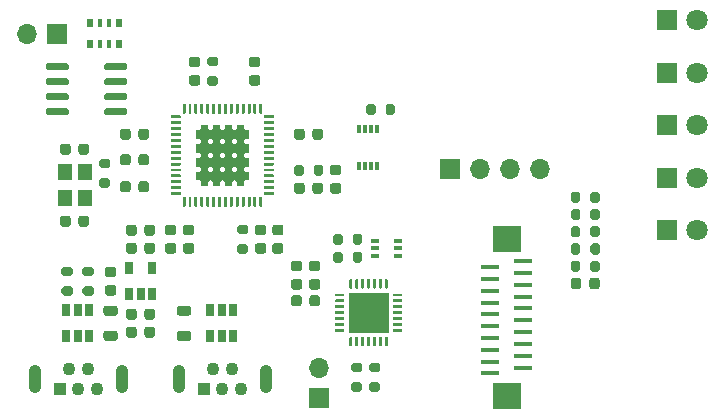
<source format=gbr>
%TF.GenerationSoftware,KiCad,Pcbnew,(5.1.9)-1*%
%TF.CreationDate,2021-07-06T15:29:22+07:00*%
%TF.ProjectId,UP_BOARD,55505f42-4f41-4524-942e-6b696361645f,rev?*%
%TF.SameCoordinates,Original*%
%TF.FileFunction,Soldermask,Bot*%
%TF.FilePolarity,Negative*%
%FSLAX46Y46*%
G04 Gerber Fmt 4.6, Leading zero omitted, Abs format (unit mm)*
G04 Created by KiCad (PCBNEW (5.1.9)-1) date 2021-07-06 15:29:22*
%MOMM*%
%LPD*%
G01*
G04 APERTURE LIST*
%ADD10R,1.100000X1.100000*%
%ADD11C,1.100000*%
%ADD12O,1.100000X2.400000*%
%ADD13R,0.650000X1.060000*%
%ADD14C,0.100000*%
%ADD15R,1.200000X1.400000*%
%ADD16R,0.650000X0.400000*%
%ADD17R,3.350000X3.350000*%
%ADD18R,1.800000X1.800000*%
%ADD19C,1.800000*%
%ADD20R,1.500000X0.400000*%
%ADD21R,2.400000X2.200000*%
%ADD22R,1.700000X1.700000*%
%ADD23O,1.700000X1.700000*%
%ADD24R,0.500000X0.800000*%
%ADD25R,0.400000X0.800000*%
%ADD26R,0.300000X0.800000*%
G04 APERTURE END LIST*
%TO.C,C1*%
G36*
G01*
X75763000Y-111756000D02*
X75763000Y-111256000D01*
G75*
G02*
X75988000Y-111031000I225000J0D01*
G01*
X76438000Y-111031000D01*
G75*
G02*
X76663000Y-111256000I0J-225000D01*
G01*
X76663000Y-111756000D01*
G75*
G02*
X76438000Y-111981000I-225000J0D01*
G01*
X75988000Y-111981000D01*
G75*
G02*
X75763000Y-111756000I0J225000D01*
G01*
G37*
G36*
G01*
X74213000Y-111756000D02*
X74213000Y-111256000D01*
G75*
G02*
X74438000Y-111031000I225000J0D01*
G01*
X74888000Y-111031000D01*
G75*
G02*
X75113000Y-111256000I0J-225000D01*
G01*
X75113000Y-111756000D01*
G75*
G02*
X74888000Y-111981000I-225000J0D01*
G01*
X74438000Y-111981000D01*
G75*
G02*
X74213000Y-111756000I0J225000D01*
G01*
G37*
%TD*%
%TO.C,C2*%
G36*
G01*
X75763000Y-110232000D02*
X75763000Y-109732000D01*
G75*
G02*
X75988000Y-109507000I225000J0D01*
G01*
X76438000Y-109507000D01*
G75*
G02*
X76663000Y-109732000I0J-225000D01*
G01*
X76663000Y-110232000D01*
G75*
G02*
X76438000Y-110457000I-225000J0D01*
G01*
X75988000Y-110457000D01*
G75*
G02*
X75763000Y-110232000I0J225000D01*
G01*
G37*
G36*
G01*
X74213000Y-110232000D02*
X74213000Y-109732000D01*
G75*
G02*
X74438000Y-109507000I225000J0D01*
G01*
X74888000Y-109507000D01*
G75*
G02*
X75113000Y-109732000I0J-225000D01*
G01*
X75113000Y-110232000D01*
G75*
G02*
X74888000Y-110457000I-225000J0D01*
G01*
X74438000Y-110457000D01*
G75*
G02*
X74213000Y-110232000I0J225000D01*
G01*
G37*
%TD*%
%TO.C,C3*%
G36*
G01*
X79252000Y-102407000D02*
X79752000Y-102407000D01*
G75*
G02*
X79977000Y-102632000I0J-225000D01*
G01*
X79977000Y-103082000D01*
G75*
G02*
X79752000Y-103307000I-225000J0D01*
G01*
X79252000Y-103307000D01*
G75*
G02*
X79027000Y-103082000I0J225000D01*
G01*
X79027000Y-102632000D01*
G75*
G02*
X79252000Y-102407000I225000J0D01*
G01*
G37*
G36*
G01*
X79252000Y-103957000D02*
X79752000Y-103957000D01*
G75*
G02*
X79977000Y-104182000I0J-225000D01*
G01*
X79977000Y-104632000D01*
G75*
G02*
X79752000Y-104857000I-225000J0D01*
G01*
X79252000Y-104857000D01*
G75*
G02*
X79027000Y-104632000I0J225000D01*
G01*
X79027000Y-104182000D01*
G75*
G02*
X79252000Y-103957000I225000J0D01*
G01*
G37*
%TD*%
%TO.C,C4*%
G36*
G01*
X80260000Y-89083000D02*
X79760000Y-89083000D01*
G75*
G02*
X79535000Y-88858000I0J225000D01*
G01*
X79535000Y-88408000D01*
G75*
G02*
X79760000Y-88183000I225000J0D01*
G01*
X80260000Y-88183000D01*
G75*
G02*
X80485000Y-88408000I0J-225000D01*
G01*
X80485000Y-88858000D01*
G75*
G02*
X80260000Y-89083000I-225000J0D01*
G01*
G37*
G36*
G01*
X80260000Y-90633000D02*
X79760000Y-90633000D01*
G75*
G02*
X79535000Y-90408000I0J225000D01*
G01*
X79535000Y-89958000D01*
G75*
G02*
X79760000Y-89733000I225000J0D01*
G01*
X80260000Y-89733000D01*
G75*
G02*
X80485000Y-89958000I0J-225000D01*
G01*
X80485000Y-90408000D01*
G75*
G02*
X80260000Y-90633000I-225000J0D01*
G01*
G37*
%TD*%
%TO.C,C5*%
G36*
G01*
X74605000Y-94492000D02*
X74605000Y-94992000D01*
G75*
G02*
X74380000Y-95217000I-225000J0D01*
G01*
X73930000Y-95217000D01*
G75*
G02*
X73705000Y-94992000I0J225000D01*
G01*
X73705000Y-94492000D01*
G75*
G02*
X73930000Y-94267000I225000J0D01*
G01*
X74380000Y-94267000D01*
G75*
G02*
X74605000Y-94492000I0J-225000D01*
G01*
G37*
G36*
G01*
X76155000Y-94492000D02*
X76155000Y-94992000D01*
G75*
G02*
X75930000Y-95217000I-225000J0D01*
G01*
X75480000Y-95217000D01*
G75*
G02*
X75255000Y-94992000I0J225000D01*
G01*
X75255000Y-94492000D01*
G75*
G02*
X75480000Y-94267000I225000J0D01*
G01*
X75930000Y-94267000D01*
G75*
G02*
X76155000Y-94492000I0J-225000D01*
G01*
G37*
%TD*%
%TO.C,C6*%
G36*
G01*
X85340000Y-89083000D02*
X84840000Y-89083000D01*
G75*
G02*
X84615000Y-88858000I0J225000D01*
G01*
X84615000Y-88408000D01*
G75*
G02*
X84840000Y-88183000I225000J0D01*
G01*
X85340000Y-88183000D01*
G75*
G02*
X85565000Y-88408000I0J-225000D01*
G01*
X85565000Y-88858000D01*
G75*
G02*
X85340000Y-89083000I-225000J0D01*
G01*
G37*
G36*
G01*
X85340000Y-90633000D02*
X84840000Y-90633000D01*
G75*
G02*
X84615000Y-90408000I0J225000D01*
G01*
X84615000Y-89958000D01*
G75*
G02*
X84840000Y-89733000I225000J0D01*
G01*
X85340000Y-89733000D01*
G75*
G02*
X85565000Y-89958000I0J-225000D01*
G01*
X85565000Y-90408000D01*
G75*
G02*
X85340000Y-90633000I-225000J0D01*
G01*
G37*
%TD*%
%TO.C,C8*%
G36*
G01*
X72648000Y-105963000D02*
X73148000Y-105963000D01*
G75*
G02*
X73373000Y-106188000I0J-225000D01*
G01*
X73373000Y-106638000D01*
G75*
G02*
X73148000Y-106863000I-225000J0D01*
G01*
X72648000Y-106863000D01*
G75*
G02*
X72423000Y-106638000I0J225000D01*
G01*
X72423000Y-106188000D01*
G75*
G02*
X72648000Y-105963000I225000J0D01*
G01*
G37*
G36*
G01*
X72648000Y-107513000D02*
X73148000Y-107513000D01*
G75*
G02*
X73373000Y-107738000I0J-225000D01*
G01*
X73373000Y-108188000D01*
G75*
G02*
X73148000Y-108413000I-225000J0D01*
G01*
X72648000Y-108413000D01*
G75*
G02*
X72423000Y-108188000I0J225000D01*
G01*
X72423000Y-107738000D01*
G75*
G02*
X72648000Y-107513000I225000J0D01*
G01*
G37*
%TD*%
%TO.C,C7*%
G36*
G01*
X77728000Y-103957000D02*
X78228000Y-103957000D01*
G75*
G02*
X78453000Y-104182000I0J-225000D01*
G01*
X78453000Y-104632000D01*
G75*
G02*
X78228000Y-104857000I-225000J0D01*
G01*
X77728000Y-104857000D01*
G75*
G02*
X77503000Y-104632000I0J225000D01*
G01*
X77503000Y-104182000D01*
G75*
G02*
X77728000Y-103957000I225000J0D01*
G01*
G37*
G36*
G01*
X77728000Y-102407000D02*
X78228000Y-102407000D01*
G75*
G02*
X78453000Y-102632000I0J-225000D01*
G01*
X78453000Y-103082000D01*
G75*
G02*
X78228000Y-103307000I-225000J0D01*
G01*
X77728000Y-103307000D01*
G75*
G02*
X77503000Y-103082000I0J225000D01*
G01*
X77503000Y-102632000D01*
G75*
G02*
X77728000Y-102407000I225000J0D01*
G01*
G37*
%TD*%
%TO.C,C10*%
G36*
G01*
X76663000Y-104144000D02*
X76663000Y-104644000D01*
G75*
G02*
X76438000Y-104869000I-225000J0D01*
G01*
X75988000Y-104869000D01*
G75*
G02*
X75763000Y-104644000I0J225000D01*
G01*
X75763000Y-104144000D01*
G75*
G02*
X75988000Y-103919000I225000J0D01*
G01*
X76438000Y-103919000D01*
G75*
G02*
X76663000Y-104144000I0J-225000D01*
G01*
G37*
G36*
G01*
X75113000Y-104144000D02*
X75113000Y-104644000D01*
G75*
G02*
X74888000Y-104869000I-225000J0D01*
G01*
X74438000Y-104869000D01*
G75*
G02*
X74213000Y-104644000I0J225000D01*
G01*
X74213000Y-104144000D01*
G75*
G02*
X74438000Y-103919000I225000J0D01*
G01*
X74888000Y-103919000D01*
G75*
G02*
X75113000Y-104144000I0J-225000D01*
G01*
G37*
%TD*%
%TO.C,C12*%
G36*
G01*
X76663000Y-102620000D02*
X76663000Y-103120000D01*
G75*
G02*
X76438000Y-103345000I-225000J0D01*
G01*
X75988000Y-103345000D01*
G75*
G02*
X75763000Y-103120000I0J225000D01*
G01*
X75763000Y-102620000D01*
G75*
G02*
X75988000Y-102395000I225000J0D01*
G01*
X76438000Y-102395000D01*
G75*
G02*
X76663000Y-102620000I0J-225000D01*
G01*
G37*
G36*
G01*
X75113000Y-102620000D02*
X75113000Y-103120000D01*
G75*
G02*
X74888000Y-103345000I-225000J0D01*
G01*
X74438000Y-103345000D01*
G75*
G02*
X74213000Y-103120000I0J225000D01*
G01*
X74213000Y-102620000D01*
G75*
G02*
X74438000Y-102395000I225000J0D01*
G01*
X74888000Y-102395000D01*
G75*
G02*
X75113000Y-102620000I0J-225000D01*
G01*
G37*
%TD*%
%TO.C,C11*%
G36*
G01*
X76155000Y-98937000D02*
X76155000Y-99437000D01*
G75*
G02*
X75930000Y-99662000I-225000J0D01*
G01*
X75480000Y-99662000D01*
G75*
G02*
X75255000Y-99437000I0J225000D01*
G01*
X75255000Y-98937000D01*
G75*
G02*
X75480000Y-98712000I225000J0D01*
G01*
X75930000Y-98712000D01*
G75*
G02*
X76155000Y-98937000I0J-225000D01*
G01*
G37*
G36*
G01*
X74605000Y-98937000D02*
X74605000Y-99437000D01*
G75*
G02*
X74380000Y-99662000I-225000J0D01*
G01*
X73930000Y-99662000D01*
G75*
G02*
X73705000Y-99437000I0J225000D01*
G01*
X73705000Y-98937000D01*
G75*
G02*
X73930000Y-98712000I225000J0D01*
G01*
X74380000Y-98712000D01*
G75*
G02*
X74605000Y-98937000I0J-225000D01*
G01*
G37*
%TD*%
%TO.C,C13*%
G36*
G01*
X85348000Y-103957000D02*
X85848000Y-103957000D01*
G75*
G02*
X86073000Y-104182000I0J-225000D01*
G01*
X86073000Y-104632000D01*
G75*
G02*
X85848000Y-104857000I-225000J0D01*
G01*
X85348000Y-104857000D01*
G75*
G02*
X85123000Y-104632000I0J225000D01*
G01*
X85123000Y-104182000D01*
G75*
G02*
X85348000Y-103957000I225000J0D01*
G01*
G37*
G36*
G01*
X85348000Y-102407000D02*
X85848000Y-102407000D01*
G75*
G02*
X86073000Y-102632000I0J-225000D01*
G01*
X86073000Y-103082000D01*
G75*
G02*
X85848000Y-103307000I-225000J0D01*
G01*
X85348000Y-103307000D01*
G75*
G02*
X85123000Y-103082000I0J225000D01*
G01*
X85123000Y-102632000D01*
G75*
G02*
X85348000Y-102407000I225000J0D01*
G01*
G37*
%TD*%
%TO.C,C14*%
G36*
G01*
X76155000Y-96651000D02*
X76155000Y-97151000D01*
G75*
G02*
X75930000Y-97376000I-225000J0D01*
G01*
X75480000Y-97376000D01*
G75*
G02*
X75255000Y-97151000I0J225000D01*
G01*
X75255000Y-96651000D01*
G75*
G02*
X75480000Y-96426000I225000J0D01*
G01*
X75930000Y-96426000D01*
G75*
G02*
X76155000Y-96651000I0J-225000D01*
G01*
G37*
G36*
G01*
X74605000Y-96651000D02*
X74605000Y-97151000D01*
G75*
G02*
X74380000Y-97376000I-225000J0D01*
G01*
X73930000Y-97376000D01*
G75*
G02*
X73705000Y-97151000I0J225000D01*
G01*
X73705000Y-96651000D01*
G75*
G02*
X73930000Y-96426000I225000J0D01*
G01*
X74380000Y-96426000D01*
G75*
G02*
X74605000Y-96651000I0J-225000D01*
G01*
G37*
%TD*%
%TO.C,C15*%
G36*
G01*
X88437000Y-94992000D02*
X88437000Y-94492000D01*
G75*
G02*
X88662000Y-94267000I225000J0D01*
G01*
X89112000Y-94267000D01*
G75*
G02*
X89337000Y-94492000I0J-225000D01*
G01*
X89337000Y-94992000D01*
G75*
G02*
X89112000Y-95217000I-225000J0D01*
G01*
X88662000Y-95217000D01*
G75*
G02*
X88437000Y-94992000I0J225000D01*
G01*
G37*
G36*
G01*
X89987000Y-94992000D02*
X89987000Y-94492000D01*
G75*
G02*
X90212000Y-94267000I225000J0D01*
G01*
X90662000Y-94267000D01*
G75*
G02*
X90887000Y-94492000I0J-225000D01*
G01*
X90887000Y-94992000D01*
G75*
G02*
X90662000Y-95217000I-225000J0D01*
G01*
X90212000Y-95217000D01*
G75*
G02*
X89987000Y-94992000I0J225000D01*
G01*
G37*
%TD*%
%TO.C,C16*%
G36*
G01*
X70175000Y-102358000D02*
X70175000Y-101858000D01*
G75*
G02*
X70400000Y-101633000I225000J0D01*
G01*
X70850000Y-101633000D01*
G75*
G02*
X71075000Y-101858000I0J-225000D01*
G01*
X71075000Y-102358000D01*
G75*
G02*
X70850000Y-102583000I-225000J0D01*
G01*
X70400000Y-102583000D01*
G75*
G02*
X70175000Y-102358000I0J225000D01*
G01*
G37*
G36*
G01*
X68625000Y-102358000D02*
X68625000Y-101858000D01*
G75*
G02*
X68850000Y-101633000I225000J0D01*
G01*
X69300000Y-101633000D01*
G75*
G02*
X69525000Y-101858000I0J-225000D01*
G01*
X69525000Y-102358000D01*
G75*
G02*
X69300000Y-102583000I-225000J0D01*
G01*
X68850000Y-102583000D01*
G75*
G02*
X68625000Y-102358000I0J225000D01*
G01*
G37*
%TD*%
%TO.C,C17*%
G36*
G01*
X69525000Y-95762000D02*
X69525000Y-96262000D01*
G75*
G02*
X69300000Y-96487000I-225000J0D01*
G01*
X68850000Y-96487000D01*
G75*
G02*
X68625000Y-96262000I0J225000D01*
G01*
X68625000Y-95762000D01*
G75*
G02*
X68850000Y-95537000I225000J0D01*
G01*
X69300000Y-95537000D01*
G75*
G02*
X69525000Y-95762000I0J-225000D01*
G01*
G37*
G36*
G01*
X71075000Y-95762000D02*
X71075000Y-96262000D01*
G75*
G02*
X70850000Y-96487000I-225000J0D01*
G01*
X70400000Y-96487000D01*
G75*
G02*
X70175000Y-96262000I0J225000D01*
G01*
X70175000Y-95762000D01*
G75*
G02*
X70400000Y-95537000I225000J0D01*
G01*
X70850000Y-95537000D01*
G75*
G02*
X71075000Y-95762000I0J-225000D01*
G01*
G37*
%TD*%
%TO.C,C18*%
G36*
G01*
X88437000Y-99564000D02*
X88437000Y-99064000D01*
G75*
G02*
X88662000Y-98839000I225000J0D01*
G01*
X89112000Y-98839000D01*
G75*
G02*
X89337000Y-99064000I0J-225000D01*
G01*
X89337000Y-99564000D01*
G75*
G02*
X89112000Y-99789000I-225000J0D01*
G01*
X88662000Y-99789000D01*
G75*
G02*
X88437000Y-99564000I0J225000D01*
G01*
G37*
G36*
G01*
X89987000Y-99564000D02*
X89987000Y-99064000D01*
G75*
G02*
X90212000Y-98839000I225000J0D01*
G01*
X90662000Y-98839000D01*
G75*
G02*
X90887000Y-99064000I0J-225000D01*
G01*
X90887000Y-99564000D01*
G75*
G02*
X90662000Y-99789000I-225000J0D01*
G01*
X90212000Y-99789000D01*
G75*
G02*
X89987000Y-99564000I0J225000D01*
G01*
G37*
%TD*%
D10*
%TO.C,J3*%
X68580000Y-116332000D03*
D11*
X69380000Y-114582000D03*
X70180000Y-116332000D03*
X70980000Y-114582000D03*
X71780000Y-116332000D03*
D12*
X66530000Y-115457000D03*
X73830000Y-115457000D03*
%TD*%
%TO.C,L1*%
G36*
G01*
X73279250Y-112244000D02*
X72516750Y-112244000D01*
G75*
G02*
X72298000Y-112025250I0J218750D01*
G01*
X72298000Y-111587750D01*
G75*
G02*
X72516750Y-111369000I218750J0D01*
G01*
X73279250Y-111369000D01*
G75*
G02*
X73498000Y-111587750I0J-218750D01*
G01*
X73498000Y-112025250D01*
G75*
G02*
X73279250Y-112244000I-218750J0D01*
G01*
G37*
G36*
G01*
X73279250Y-110119000D02*
X72516750Y-110119000D01*
G75*
G02*
X72298000Y-109900250I0J218750D01*
G01*
X72298000Y-109462750D01*
G75*
G02*
X72516750Y-109244000I218750J0D01*
G01*
X73279250Y-109244000D01*
G75*
G02*
X73498000Y-109462750I0J-218750D01*
G01*
X73498000Y-109900250D01*
G75*
G02*
X73279250Y-110119000I-218750J0D01*
G01*
G37*
%TD*%
%TO.C,R2*%
G36*
G01*
X111868500Y-106193000D02*
X111868500Y-105643000D01*
G75*
G02*
X112068500Y-105443000I200000J0D01*
G01*
X112468500Y-105443000D01*
G75*
G02*
X112668500Y-105643000I0J-200000D01*
G01*
X112668500Y-106193000D01*
G75*
G02*
X112468500Y-106393000I-200000J0D01*
G01*
X112068500Y-106393000D01*
G75*
G02*
X111868500Y-106193000I0J200000D01*
G01*
G37*
G36*
G01*
X113518500Y-106193000D02*
X113518500Y-105643000D01*
G75*
G02*
X113718500Y-105443000I200000J0D01*
G01*
X114118500Y-105443000D01*
G75*
G02*
X114318500Y-105643000I0J-200000D01*
G01*
X114318500Y-106193000D01*
G75*
G02*
X114118500Y-106393000I-200000J0D01*
G01*
X113718500Y-106393000D01*
G75*
G02*
X113518500Y-106193000I0J200000D01*
G01*
G37*
%TD*%
%TO.C,R8*%
G36*
G01*
X70718000Y-107613000D02*
X71268000Y-107613000D01*
G75*
G02*
X71468000Y-107813000I0J-200000D01*
G01*
X71468000Y-108213000D01*
G75*
G02*
X71268000Y-108413000I-200000J0D01*
G01*
X70718000Y-108413000D01*
G75*
G02*
X70518000Y-108213000I0J200000D01*
G01*
X70518000Y-107813000D01*
G75*
G02*
X70718000Y-107613000I200000J0D01*
G01*
G37*
G36*
G01*
X70718000Y-105963000D02*
X71268000Y-105963000D01*
G75*
G02*
X71468000Y-106163000I0J-200000D01*
G01*
X71468000Y-106563000D01*
G75*
G02*
X71268000Y-106763000I-200000J0D01*
G01*
X70718000Y-106763000D01*
G75*
G02*
X70518000Y-106563000I0J200000D01*
G01*
X70518000Y-106163000D01*
G75*
G02*
X70718000Y-105963000I200000J0D01*
G01*
G37*
%TD*%
%TO.C,R9*%
G36*
G01*
X68940000Y-105963000D02*
X69490000Y-105963000D01*
G75*
G02*
X69690000Y-106163000I0J-200000D01*
G01*
X69690000Y-106563000D01*
G75*
G02*
X69490000Y-106763000I-200000J0D01*
G01*
X68940000Y-106763000D01*
G75*
G02*
X68740000Y-106563000I0J200000D01*
G01*
X68740000Y-106163000D01*
G75*
G02*
X68940000Y-105963000I200000J0D01*
G01*
G37*
G36*
G01*
X68940000Y-107613000D02*
X69490000Y-107613000D01*
G75*
G02*
X69690000Y-107813000I0J-200000D01*
G01*
X69690000Y-108213000D01*
G75*
G02*
X69490000Y-108413000I-200000J0D01*
G01*
X68940000Y-108413000D01*
G75*
G02*
X68740000Y-108213000I0J200000D01*
G01*
X68740000Y-107813000D01*
G75*
G02*
X68940000Y-107613000I200000J0D01*
G01*
G37*
%TD*%
%TO.C,R11*%
G36*
G01*
X90887000Y-97515000D02*
X90887000Y-98065000D01*
G75*
G02*
X90687000Y-98265000I-200000J0D01*
G01*
X90287000Y-98265000D01*
G75*
G02*
X90087000Y-98065000I0J200000D01*
G01*
X90087000Y-97515000D01*
G75*
G02*
X90287000Y-97315000I200000J0D01*
G01*
X90687000Y-97315000D01*
G75*
G02*
X90887000Y-97515000I0J-200000D01*
G01*
G37*
G36*
G01*
X89237000Y-97515000D02*
X89237000Y-98065000D01*
G75*
G02*
X89037000Y-98265000I-200000J0D01*
G01*
X88637000Y-98265000D01*
G75*
G02*
X88437000Y-98065000I0J200000D01*
G01*
X88437000Y-97515000D01*
G75*
G02*
X88637000Y-97315000I200000J0D01*
G01*
X89037000Y-97315000D01*
G75*
G02*
X89237000Y-97515000I0J-200000D01*
G01*
G37*
%TD*%
%TO.C,R12*%
G36*
G01*
X72665000Y-99269000D02*
X72115000Y-99269000D01*
G75*
G02*
X71915000Y-99069000I0J200000D01*
G01*
X71915000Y-98669000D01*
G75*
G02*
X72115000Y-98469000I200000J0D01*
G01*
X72665000Y-98469000D01*
G75*
G02*
X72865000Y-98669000I0J-200000D01*
G01*
X72865000Y-99069000D01*
G75*
G02*
X72665000Y-99269000I-200000J0D01*
G01*
G37*
G36*
G01*
X72665000Y-97619000D02*
X72115000Y-97619000D01*
G75*
G02*
X71915000Y-97419000I0J200000D01*
G01*
X71915000Y-97019000D01*
G75*
G02*
X72115000Y-96819000I200000J0D01*
G01*
X72665000Y-96819000D01*
G75*
G02*
X72865000Y-97019000I0J-200000D01*
G01*
X72865000Y-97419000D01*
G75*
G02*
X72665000Y-97619000I-200000J0D01*
G01*
G37*
%TD*%
%TO.C,R13*%
G36*
G01*
X84349000Y-103207000D02*
X83799000Y-103207000D01*
G75*
G02*
X83599000Y-103007000I0J200000D01*
G01*
X83599000Y-102607000D01*
G75*
G02*
X83799000Y-102407000I200000J0D01*
G01*
X84349000Y-102407000D01*
G75*
G02*
X84549000Y-102607000I0J-200000D01*
G01*
X84549000Y-103007000D01*
G75*
G02*
X84349000Y-103207000I-200000J0D01*
G01*
G37*
G36*
G01*
X84349000Y-104857000D02*
X83799000Y-104857000D01*
G75*
G02*
X83599000Y-104657000I0J200000D01*
G01*
X83599000Y-104257000D01*
G75*
G02*
X83799000Y-104057000I200000J0D01*
G01*
X84349000Y-104057000D01*
G75*
G02*
X84549000Y-104257000I0J-200000D01*
G01*
X84549000Y-104657000D01*
G75*
G02*
X84349000Y-104857000I-200000J0D01*
G01*
G37*
%TD*%
%TO.C,R14*%
G36*
G01*
X96983000Y-92371500D02*
X96983000Y-92921500D01*
G75*
G02*
X96783000Y-93121500I-200000J0D01*
G01*
X96383000Y-93121500D01*
G75*
G02*
X96183000Y-92921500I0J200000D01*
G01*
X96183000Y-92371500D01*
G75*
G02*
X96383000Y-92171500I200000J0D01*
G01*
X96783000Y-92171500D01*
G75*
G02*
X96983000Y-92371500I0J-200000D01*
G01*
G37*
G36*
G01*
X95333000Y-92371500D02*
X95333000Y-92921500D01*
G75*
G02*
X95133000Y-93121500I-200000J0D01*
G01*
X94733000Y-93121500D01*
G75*
G02*
X94533000Y-92921500I0J200000D01*
G01*
X94533000Y-92371500D01*
G75*
G02*
X94733000Y-92171500I200000J0D01*
G01*
X95133000Y-92171500D01*
G75*
G02*
X95333000Y-92371500I0J-200000D01*
G01*
G37*
%TD*%
D13*
%TO.C,U1*%
X76388000Y-108288000D03*
X75438000Y-108288000D03*
X74488000Y-108288000D03*
X74488000Y-106088000D03*
X76388000Y-106088000D03*
%TD*%
%TO.C,U2*%
X71054000Y-111844000D03*
X70104000Y-111844000D03*
X69154000Y-111844000D03*
X69154000Y-109644000D03*
X71054000Y-109644000D03*
X70104000Y-109644000D03*
%TD*%
%TO.C,U3*%
G36*
G01*
X67416000Y-92987000D02*
X67416000Y-92687000D01*
G75*
G02*
X67566000Y-92537000I150000J0D01*
G01*
X69216000Y-92537000D01*
G75*
G02*
X69366000Y-92687000I0J-150000D01*
G01*
X69366000Y-92987000D01*
G75*
G02*
X69216000Y-93137000I-150000J0D01*
G01*
X67566000Y-93137000D01*
G75*
G02*
X67416000Y-92987000I0J150000D01*
G01*
G37*
G36*
G01*
X67416000Y-91717000D02*
X67416000Y-91417000D01*
G75*
G02*
X67566000Y-91267000I150000J0D01*
G01*
X69216000Y-91267000D01*
G75*
G02*
X69366000Y-91417000I0J-150000D01*
G01*
X69366000Y-91717000D01*
G75*
G02*
X69216000Y-91867000I-150000J0D01*
G01*
X67566000Y-91867000D01*
G75*
G02*
X67416000Y-91717000I0J150000D01*
G01*
G37*
G36*
G01*
X67416000Y-90447000D02*
X67416000Y-90147000D01*
G75*
G02*
X67566000Y-89997000I150000J0D01*
G01*
X69216000Y-89997000D01*
G75*
G02*
X69366000Y-90147000I0J-150000D01*
G01*
X69366000Y-90447000D01*
G75*
G02*
X69216000Y-90597000I-150000J0D01*
G01*
X67566000Y-90597000D01*
G75*
G02*
X67416000Y-90447000I0J150000D01*
G01*
G37*
G36*
G01*
X67416000Y-89177000D02*
X67416000Y-88877000D01*
G75*
G02*
X67566000Y-88727000I150000J0D01*
G01*
X69216000Y-88727000D01*
G75*
G02*
X69366000Y-88877000I0J-150000D01*
G01*
X69366000Y-89177000D01*
G75*
G02*
X69216000Y-89327000I-150000J0D01*
G01*
X67566000Y-89327000D01*
G75*
G02*
X67416000Y-89177000I0J150000D01*
G01*
G37*
G36*
G01*
X72366000Y-89177000D02*
X72366000Y-88877000D01*
G75*
G02*
X72516000Y-88727000I150000J0D01*
G01*
X74166000Y-88727000D01*
G75*
G02*
X74316000Y-88877000I0J-150000D01*
G01*
X74316000Y-89177000D01*
G75*
G02*
X74166000Y-89327000I-150000J0D01*
G01*
X72516000Y-89327000D01*
G75*
G02*
X72366000Y-89177000I0J150000D01*
G01*
G37*
G36*
G01*
X72366000Y-90447000D02*
X72366000Y-90147000D01*
G75*
G02*
X72516000Y-89997000I150000J0D01*
G01*
X74166000Y-89997000D01*
G75*
G02*
X74316000Y-90147000I0J-150000D01*
G01*
X74316000Y-90447000D01*
G75*
G02*
X74166000Y-90597000I-150000J0D01*
G01*
X72516000Y-90597000D01*
G75*
G02*
X72366000Y-90447000I0J150000D01*
G01*
G37*
G36*
G01*
X72366000Y-91717000D02*
X72366000Y-91417000D01*
G75*
G02*
X72516000Y-91267000I150000J0D01*
G01*
X74166000Y-91267000D01*
G75*
G02*
X74316000Y-91417000I0J-150000D01*
G01*
X74316000Y-91717000D01*
G75*
G02*
X74166000Y-91867000I-150000J0D01*
G01*
X72516000Y-91867000D01*
G75*
G02*
X72366000Y-91717000I0J150000D01*
G01*
G37*
G36*
G01*
X72366000Y-92987000D02*
X72366000Y-92687000D01*
G75*
G02*
X72516000Y-92537000I150000J0D01*
G01*
X74166000Y-92537000D01*
G75*
G02*
X74316000Y-92687000I0J-150000D01*
G01*
X74316000Y-92987000D01*
G75*
G02*
X74166000Y-93137000I-150000J0D01*
G01*
X72516000Y-93137000D01*
G75*
G02*
X72366000Y-92987000I0J150000D01*
G01*
G37*
%TD*%
%TO.C,U4*%
G36*
G01*
X77997200Y-99832500D02*
X77997200Y-99707500D01*
G75*
G02*
X78059700Y-99645000I62500J0D01*
G01*
X78809700Y-99645000D01*
G75*
G02*
X78872200Y-99707500I0J-62500D01*
G01*
X78872200Y-99832500D01*
G75*
G02*
X78809700Y-99895000I-62500J0D01*
G01*
X78059700Y-99895000D01*
G75*
G02*
X77997200Y-99832500I0J62500D01*
G01*
G37*
G36*
G01*
X77997200Y-99332500D02*
X77997200Y-99207500D01*
G75*
G02*
X78059700Y-99145000I62500J0D01*
G01*
X78809700Y-99145000D01*
G75*
G02*
X78872200Y-99207500I0J-62500D01*
G01*
X78872200Y-99332500D01*
G75*
G02*
X78809700Y-99395000I-62500J0D01*
G01*
X78059700Y-99395000D01*
G75*
G02*
X77997200Y-99332500I0J62500D01*
G01*
G37*
G36*
G01*
X77997200Y-98832500D02*
X77997200Y-98707500D01*
G75*
G02*
X78059700Y-98645000I62500J0D01*
G01*
X78809700Y-98645000D01*
G75*
G02*
X78872200Y-98707500I0J-62500D01*
G01*
X78872200Y-98832500D01*
G75*
G02*
X78809700Y-98895000I-62500J0D01*
G01*
X78059700Y-98895000D01*
G75*
G02*
X77997200Y-98832500I0J62500D01*
G01*
G37*
G36*
G01*
X77997200Y-98332500D02*
X77997200Y-98207500D01*
G75*
G02*
X78059700Y-98145000I62500J0D01*
G01*
X78809700Y-98145000D01*
G75*
G02*
X78872200Y-98207500I0J-62500D01*
G01*
X78872200Y-98332500D01*
G75*
G02*
X78809700Y-98395000I-62500J0D01*
G01*
X78059700Y-98395000D01*
G75*
G02*
X77997200Y-98332500I0J62500D01*
G01*
G37*
G36*
G01*
X77997200Y-97832500D02*
X77997200Y-97707500D01*
G75*
G02*
X78059700Y-97645000I62500J0D01*
G01*
X78809700Y-97645000D01*
G75*
G02*
X78872200Y-97707500I0J-62500D01*
G01*
X78872200Y-97832500D01*
G75*
G02*
X78809700Y-97895000I-62500J0D01*
G01*
X78059700Y-97895000D01*
G75*
G02*
X77997200Y-97832500I0J62500D01*
G01*
G37*
G36*
G01*
X77997200Y-97332500D02*
X77997200Y-97207500D01*
G75*
G02*
X78059700Y-97145000I62500J0D01*
G01*
X78809700Y-97145000D01*
G75*
G02*
X78872200Y-97207500I0J-62500D01*
G01*
X78872200Y-97332500D01*
G75*
G02*
X78809700Y-97395000I-62500J0D01*
G01*
X78059700Y-97395000D01*
G75*
G02*
X77997200Y-97332500I0J62500D01*
G01*
G37*
G36*
G01*
X77997200Y-96832500D02*
X77997200Y-96707500D01*
G75*
G02*
X78059700Y-96645000I62500J0D01*
G01*
X78809700Y-96645000D01*
G75*
G02*
X78872200Y-96707500I0J-62500D01*
G01*
X78872200Y-96832500D01*
G75*
G02*
X78809700Y-96895000I-62500J0D01*
G01*
X78059700Y-96895000D01*
G75*
G02*
X77997200Y-96832500I0J62500D01*
G01*
G37*
G36*
G01*
X77997200Y-96332500D02*
X77997200Y-96207500D01*
G75*
G02*
X78059700Y-96145000I62500J0D01*
G01*
X78809700Y-96145000D01*
G75*
G02*
X78872200Y-96207500I0J-62500D01*
G01*
X78872200Y-96332500D01*
G75*
G02*
X78809700Y-96395000I-62500J0D01*
G01*
X78059700Y-96395000D01*
G75*
G02*
X77997200Y-96332500I0J62500D01*
G01*
G37*
G36*
G01*
X77997200Y-95832500D02*
X77997200Y-95707500D01*
G75*
G02*
X78059700Y-95645000I62500J0D01*
G01*
X78809700Y-95645000D01*
G75*
G02*
X78872200Y-95707500I0J-62500D01*
G01*
X78872200Y-95832500D01*
G75*
G02*
X78809700Y-95895000I-62500J0D01*
G01*
X78059700Y-95895000D01*
G75*
G02*
X77997200Y-95832500I0J62500D01*
G01*
G37*
G36*
G01*
X77997200Y-95332500D02*
X77997200Y-95207500D01*
G75*
G02*
X78059700Y-95145000I62500J0D01*
G01*
X78809700Y-95145000D01*
G75*
G02*
X78872200Y-95207500I0J-62500D01*
G01*
X78872200Y-95332500D01*
G75*
G02*
X78809700Y-95395000I-62500J0D01*
G01*
X78059700Y-95395000D01*
G75*
G02*
X77997200Y-95332500I0J62500D01*
G01*
G37*
G36*
G01*
X77997200Y-94832500D02*
X77997200Y-94707500D01*
G75*
G02*
X78059700Y-94645000I62500J0D01*
G01*
X78809700Y-94645000D01*
G75*
G02*
X78872200Y-94707500I0J-62500D01*
G01*
X78872200Y-94832500D01*
G75*
G02*
X78809700Y-94895000I-62500J0D01*
G01*
X78059700Y-94895000D01*
G75*
G02*
X77997200Y-94832500I0J62500D01*
G01*
G37*
G36*
G01*
X77997200Y-94332500D02*
X77997200Y-94207500D01*
G75*
G02*
X78059700Y-94145000I62500J0D01*
G01*
X78809700Y-94145000D01*
G75*
G02*
X78872200Y-94207500I0J-62500D01*
G01*
X78872200Y-94332500D01*
G75*
G02*
X78809700Y-94395000I-62500J0D01*
G01*
X78059700Y-94395000D01*
G75*
G02*
X77997200Y-94332500I0J62500D01*
G01*
G37*
G36*
G01*
X77997200Y-93832500D02*
X77997200Y-93707500D01*
G75*
G02*
X78059700Y-93645000I62500J0D01*
G01*
X78809700Y-93645000D01*
G75*
G02*
X78872200Y-93707500I0J-62500D01*
G01*
X78872200Y-93832500D01*
G75*
G02*
X78809700Y-93895000I-62500J0D01*
G01*
X78059700Y-93895000D01*
G75*
G02*
X77997200Y-93832500I0J62500D01*
G01*
G37*
G36*
G01*
X77997200Y-93332500D02*
X77997200Y-93207500D01*
G75*
G02*
X78059700Y-93145000I62500J0D01*
G01*
X78809700Y-93145000D01*
G75*
G02*
X78872200Y-93207500I0J-62500D01*
G01*
X78872200Y-93332500D01*
G75*
G02*
X78809700Y-93395000I-62500J0D01*
G01*
X78059700Y-93395000D01*
G75*
G02*
X77997200Y-93332500I0J62500D01*
G01*
G37*
G36*
G01*
X78997200Y-92957500D02*
X78997200Y-92207500D01*
G75*
G02*
X79059700Y-92145000I62500J0D01*
G01*
X79184700Y-92145000D01*
G75*
G02*
X79247200Y-92207500I0J-62500D01*
G01*
X79247200Y-92957500D01*
G75*
G02*
X79184700Y-93020000I-62500J0D01*
G01*
X79059700Y-93020000D01*
G75*
G02*
X78997200Y-92957500I0J62500D01*
G01*
G37*
G36*
G01*
X79497200Y-92957500D02*
X79497200Y-92207500D01*
G75*
G02*
X79559700Y-92145000I62500J0D01*
G01*
X79684700Y-92145000D01*
G75*
G02*
X79747200Y-92207500I0J-62500D01*
G01*
X79747200Y-92957500D01*
G75*
G02*
X79684700Y-93020000I-62500J0D01*
G01*
X79559700Y-93020000D01*
G75*
G02*
X79497200Y-92957500I0J62500D01*
G01*
G37*
G36*
G01*
X79997200Y-92957500D02*
X79997200Y-92207500D01*
G75*
G02*
X80059700Y-92145000I62500J0D01*
G01*
X80184700Y-92145000D01*
G75*
G02*
X80247200Y-92207500I0J-62500D01*
G01*
X80247200Y-92957500D01*
G75*
G02*
X80184700Y-93020000I-62500J0D01*
G01*
X80059700Y-93020000D01*
G75*
G02*
X79997200Y-92957500I0J62500D01*
G01*
G37*
G36*
G01*
X80497200Y-92957500D02*
X80497200Y-92207500D01*
G75*
G02*
X80559700Y-92145000I62500J0D01*
G01*
X80684700Y-92145000D01*
G75*
G02*
X80747200Y-92207500I0J-62500D01*
G01*
X80747200Y-92957500D01*
G75*
G02*
X80684700Y-93020000I-62500J0D01*
G01*
X80559700Y-93020000D01*
G75*
G02*
X80497200Y-92957500I0J62500D01*
G01*
G37*
G36*
G01*
X80997200Y-92957500D02*
X80997200Y-92207500D01*
G75*
G02*
X81059700Y-92145000I62500J0D01*
G01*
X81184700Y-92145000D01*
G75*
G02*
X81247200Y-92207500I0J-62500D01*
G01*
X81247200Y-92957500D01*
G75*
G02*
X81184700Y-93020000I-62500J0D01*
G01*
X81059700Y-93020000D01*
G75*
G02*
X80997200Y-92957500I0J62500D01*
G01*
G37*
G36*
G01*
X81497200Y-92957500D02*
X81497200Y-92207500D01*
G75*
G02*
X81559700Y-92145000I62500J0D01*
G01*
X81684700Y-92145000D01*
G75*
G02*
X81747200Y-92207500I0J-62500D01*
G01*
X81747200Y-92957500D01*
G75*
G02*
X81684700Y-93020000I-62500J0D01*
G01*
X81559700Y-93020000D01*
G75*
G02*
X81497200Y-92957500I0J62500D01*
G01*
G37*
G36*
G01*
X81997200Y-92957500D02*
X81997200Y-92207500D01*
G75*
G02*
X82059700Y-92145000I62500J0D01*
G01*
X82184700Y-92145000D01*
G75*
G02*
X82247200Y-92207500I0J-62500D01*
G01*
X82247200Y-92957500D01*
G75*
G02*
X82184700Y-93020000I-62500J0D01*
G01*
X82059700Y-93020000D01*
G75*
G02*
X81997200Y-92957500I0J62500D01*
G01*
G37*
G36*
G01*
X82497200Y-92957500D02*
X82497200Y-92207500D01*
G75*
G02*
X82559700Y-92145000I62500J0D01*
G01*
X82684700Y-92145000D01*
G75*
G02*
X82747200Y-92207500I0J-62500D01*
G01*
X82747200Y-92957500D01*
G75*
G02*
X82684700Y-93020000I-62500J0D01*
G01*
X82559700Y-93020000D01*
G75*
G02*
X82497200Y-92957500I0J62500D01*
G01*
G37*
G36*
G01*
X82997200Y-92957500D02*
X82997200Y-92207500D01*
G75*
G02*
X83059700Y-92145000I62500J0D01*
G01*
X83184700Y-92145000D01*
G75*
G02*
X83247200Y-92207500I0J-62500D01*
G01*
X83247200Y-92957500D01*
G75*
G02*
X83184700Y-93020000I-62500J0D01*
G01*
X83059700Y-93020000D01*
G75*
G02*
X82997200Y-92957500I0J62500D01*
G01*
G37*
G36*
G01*
X83497200Y-92957500D02*
X83497200Y-92207500D01*
G75*
G02*
X83559700Y-92145000I62500J0D01*
G01*
X83684700Y-92145000D01*
G75*
G02*
X83747200Y-92207500I0J-62500D01*
G01*
X83747200Y-92957500D01*
G75*
G02*
X83684700Y-93020000I-62500J0D01*
G01*
X83559700Y-93020000D01*
G75*
G02*
X83497200Y-92957500I0J62500D01*
G01*
G37*
G36*
G01*
X83997200Y-92957500D02*
X83997200Y-92207500D01*
G75*
G02*
X84059700Y-92145000I62500J0D01*
G01*
X84184700Y-92145000D01*
G75*
G02*
X84247200Y-92207500I0J-62500D01*
G01*
X84247200Y-92957500D01*
G75*
G02*
X84184700Y-93020000I-62500J0D01*
G01*
X84059700Y-93020000D01*
G75*
G02*
X83997200Y-92957500I0J62500D01*
G01*
G37*
G36*
G01*
X84497200Y-92957500D02*
X84497200Y-92207500D01*
G75*
G02*
X84559700Y-92145000I62500J0D01*
G01*
X84684700Y-92145000D01*
G75*
G02*
X84747200Y-92207500I0J-62500D01*
G01*
X84747200Y-92957500D01*
G75*
G02*
X84684700Y-93020000I-62500J0D01*
G01*
X84559700Y-93020000D01*
G75*
G02*
X84497200Y-92957500I0J62500D01*
G01*
G37*
G36*
G01*
X84997200Y-92957500D02*
X84997200Y-92207500D01*
G75*
G02*
X85059700Y-92145000I62500J0D01*
G01*
X85184700Y-92145000D01*
G75*
G02*
X85247200Y-92207500I0J-62500D01*
G01*
X85247200Y-92957500D01*
G75*
G02*
X85184700Y-93020000I-62500J0D01*
G01*
X85059700Y-93020000D01*
G75*
G02*
X84997200Y-92957500I0J62500D01*
G01*
G37*
G36*
G01*
X85497200Y-92957500D02*
X85497200Y-92207500D01*
G75*
G02*
X85559700Y-92145000I62500J0D01*
G01*
X85684700Y-92145000D01*
G75*
G02*
X85747200Y-92207500I0J-62500D01*
G01*
X85747200Y-92957500D01*
G75*
G02*
X85684700Y-93020000I-62500J0D01*
G01*
X85559700Y-93020000D01*
G75*
G02*
X85497200Y-92957500I0J62500D01*
G01*
G37*
G36*
G01*
X85872200Y-93332500D02*
X85872200Y-93207500D01*
G75*
G02*
X85934700Y-93145000I62500J0D01*
G01*
X86684700Y-93145000D01*
G75*
G02*
X86747200Y-93207500I0J-62500D01*
G01*
X86747200Y-93332500D01*
G75*
G02*
X86684700Y-93395000I-62500J0D01*
G01*
X85934700Y-93395000D01*
G75*
G02*
X85872200Y-93332500I0J62500D01*
G01*
G37*
G36*
G01*
X85872200Y-93832500D02*
X85872200Y-93707500D01*
G75*
G02*
X85934700Y-93645000I62500J0D01*
G01*
X86684700Y-93645000D01*
G75*
G02*
X86747200Y-93707500I0J-62500D01*
G01*
X86747200Y-93832500D01*
G75*
G02*
X86684700Y-93895000I-62500J0D01*
G01*
X85934700Y-93895000D01*
G75*
G02*
X85872200Y-93832500I0J62500D01*
G01*
G37*
G36*
G01*
X85872200Y-94332500D02*
X85872200Y-94207500D01*
G75*
G02*
X85934700Y-94145000I62500J0D01*
G01*
X86684700Y-94145000D01*
G75*
G02*
X86747200Y-94207500I0J-62500D01*
G01*
X86747200Y-94332500D01*
G75*
G02*
X86684700Y-94395000I-62500J0D01*
G01*
X85934700Y-94395000D01*
G75*
G02*
X85872200Y-94332500I0J62500D01*
G01*
G37*
G36*
G01*
X85872200Y-94832500D02*
X85872200Y-94707500D01*
G75*
G02*
X85934700Y-94645000I62500J0D01*
G01*
X86684700Y-94645000D01*
G75*
G02*
X86747200Y-94707500I0J-62500D01*
G01*
X86747200Y-94832500D01*
G75*
G02*
X86684700Y-94895000I-62500J0D01*
G01*
X85934700Y-94895000D01*
G75*
G02*
X85872200Y-94832500I0J62500D01*
G01*
G37*
G36*
G01*
X85872200Y-95332500D02*
X85872200Y-95207500D01*
G75*
G02*
X85934700Y-95145000I62500J0D01*
G01*
X86684700Y-95145000D01*
G75*
G02*
X86747200Y-95207500I0J-62500D01*
G01*
X86747200Y-95332500D01*
G75*
G02*
X86684700Y-95395000I-62500J0D01*
G01*
X85934700Y-95395000D01*
G75*
G02*
X85872200Y-95332500I0J62500D01*
G01*
G37*
G36*
G01*
X85872200Y-95832500D02*
X85872200Y-95707500D01*
G75*
G02*
X85934700Y-95645000I62500J0D01*
G01*
X86684700Y-95645000D01*
G75*
G02*
X86747200Y-95707500I0J-62500D01*
G01*
X86747200Y-95832500D01*
G75*
G02*
X86684700Y-95895000I-62500J0D01*
G01*
X85934700Y-95895000D01*
G75*
G02*
X85872200Y-95832500I0J62500D01*
G01*
G37*
G36*
G01*
X85872200Y-96332500D02*
X85872200Y-96207500D01*
G75*
G02*
X85934700Y-96145000I62500J0D01*
G01*
X86684700Y-96145000D01*
G75*
G02*
X86747200Y-96207500I0J-62500D01*
G01*
X86747200Y-96332500D01*
G75*
G02*
X86684700Y-96395000I-62500J0D01*
G01*
X85934700Y-96395000D01*
G75*
G02*
X85872200Y-96332500I0J62500D01*
G01*
G37*
G36*
G01*
X85872200Y-96832500D02*
X85872200Y-96707500D01*
G75*
G02*
X85934700Y-96645000I62500J0D01*
G01*
X86684700Y-96645000D01*
G75*
G02*
X86747200Y-96707500I0J-62500D01*
G01*
X86747200Y-96832500D01*
G75*
G02*
X86684700Y-96895000I-62500J0D01*
G01*
X85934700Y-96895000D01*
G75*
G02*
X85872200Y-96832500I0J62500D01*
G01*
G37*
G36*
G01*
X85872200Y-97332500D02*
X85872200Y-97207500D01*
G75*
G02*
X85934700Y-97145000I62500J0D01*
G01*
X86684700Y-97145000D01*
G75*
G02*
X86747200Y-97207500I0J-62500D01*
G01*
X86747200Y-97332500D01*
G75*
G02*
X86684700Y-97395000I-62500J0D01*
G01*
X85934700Y-97395000D01*
G75*
G02*
X85872200Y-97332500I0J62500D01*
G01*
G37*
G36*
G01*
X85872200Y-97832500D02*
X85872200Y-97707500D01*
G75*
G02*
X85934700Y-97645000I62500J0D01*
G01*
X86684700Y-97645000D01*
G75*
G02*
X86747200Y-97707500I0J-62500D01*
G01*
X86747200Y-97832500D01*
G75*
G02*
X86684700Y-97895000I-62500J0D01*
G01*
X85934700Y-97895000D01*
G75*
G02*
X85872200Y-97832500I0J62500D01*
G01*
G37*
G36*
G01*
X85872200Y-98332500D02*
X85872200Y-98207500D01*
G75*
G02*
X85934700Y-98145000I62500J0D01*
G01*
X86684700Y-98145000D01*
G75*
G02*
X86747200Y-98207500I0J-62500D01*
G01*
X86747200Y-98332500D01*
G75*
G02*
X86684700Y-98395000I-62500J0D01*
G01*
X85934700Y-98395000D01*
G75*
G02*
X85872200Y-98332500I0J62500D01*
G01*
G37*
G36*
G01*
X85872200Y-98832500D02*
X85872200Y-98707500D01*
G75*
G02*
X85934700Y-98645000I62500J0D01*
G01*
X86684700Y-98645000D01*
G75*
G02*
X86747200Y-98707500I0J-62500D01*
G01*
X86747200Y-98832500D01*
G75*
G02*
X86684700Y-98895000I-62500J0D01*
G01*
X85934700Y-98895000D01*
G75*
G02*
X85872200Y-98832500I0J62500D01*
G01*
G37*
G36*
G01*
X85872200Y-99332500D02*
X85872200Y-99207500D01*
G75*
G02*
X85934700Y-99145000I62500J0D01*
G01*
X86684700Y-99145000D01*
G75*
G02*
X86747200Y-99207500I0J-62500D01*
G01*
X86747200Y-99332500D01*
G75*
G02*
X86684700Y-99395000I-62500J0D01*
G01*
X85934700Y-99395000D01*
G75*
G02*
X85872200Y-99332500I0J62500D01*
G01*
G37*
G36*
G01*
X85872200Y-99832500D02*
X85872200Y-99707500D01*
G75*
G02*
X85934700Y-99645000I62500J0D01*
G01*
X86684700Y-99645000D01*
G75*
G02*
X86747200Y-99707500I0J-62500D01*
G01*
X86747200Y-99832500D01*
G75*
G02*
X86684700Y-99895000I-62500J0D01*
G01*
X85934700Y-99895000D01*
G75*
G02*
X85872200Y-99832500I0J62500D01*
G01*
G37*
G36*
G01*
X85497200Y-100832500D02*
X85497200Y-100082500D01*
G75*
G02*
X85559700Y-100020000I62500J0D01*
G01*
X85684700Y-100020000D01*
G75*
G02*
X85747200Y-100082500I0J-62500D01*
G01*
X85747200Y-100832500D01*
G75*
G02*
X85684700Y-100895000I-62500J0D01*
G01*
X85559700Y-100895000D01*
G75*
G02*
X85497200Y-100832500I0J62500D01*
G01*
G37*
G36*
G01*
X84997200Y-100832500D02*
X84997200Y-100082500D01*
G75*
G02*
X85059700Y-100020000I62500J0D01*
G01*
X85184700Y-100020000D01*
G75*
G02*
X85247200Y-100082500I0J-62500D01*
G01*
X85247200Y-100832500D01*
G75*
G02*
X85184700Y-100895000I-62500J0D01*
G01*
X85059700Y-100895000D01*
G75*
G02*
X84997200Y-100832500I0J62500D01*
G01*
G37*
G36*
G01*
X84497200Y-100832500D02*
X84497200Y-100082500D01*
G75*
G02*
X84559700Y-100020000I62500J0D01*
G01*
X84684700Y-100020000D01*
G75*
G02*
X84747200Y-100082500I0J-62500D01*
G01*
X84747200Y-100832500D01*
G75*
G02*
X84684700Y-100895000I-62500J0D01*
G01*
X84559700Y-100895000D01*
G75*
G02*
X84497200Y-100832500I0J62500D01*
G01*
G37*
G36*
G01*
X83997200Y-100832500D02*
X83997200Y-100082500D01*
G75*
G02*
X84059700Y-100020000I62500J0D01*
G01*
X84184700Y-100020000D01*
G75*
G02*
X84247200Y-100082500I0J-62500D01*
G01*
X84247200Y-100832500D01*
G75*
G02*
X84184700Y-100895000I-62500J0D01*
G01*
X84059700Y-100895000D01*
G75*
G02*
X83997200Y-100832500I0J62500D01*
G01*
G37*
G36*
G01*
X83497200Y-100832500D02*
X83497200Y-100082500D01*
G75*
G02*
X83559700Y-100020000I62500J0D01*
G01*
X83684700Y-100020000D01*
G75*
G02*
X83747200Y-100082500I0J-62500D01*
G01*
X83747200Y-100832500D01*
G75*
G02*
X83684700Y-100895000I-62500J0D01*
G01*
X83559700Y-100895000D01*
G75*
G02*
X83497200Y-100832500I0J62500D01*
G01*
G37*
G36*
G01*
X82997200Y-100832500D02*
X82997200Y-100082500D01*
G75*
G02*
X83059700Y-100020000I62500J0D01*
G01*
X83184700Y-100020000D01*
G75*
G02*
X83247200Y-100082500I0J-62500D01*
G01*
X83247200Y-100832500D01*
G75*
G02*
X83184700Y-100895000I-62500J0D01*
G01*
X83059700Y-100895000D01*
G75*
G02*
X82997200Y-100832500I0J62500D01*
G01*
G37*
G36*
G01*
X82497200Y-100832500D02*
X82497200Y-100082500D01*
G75*
G02*
X82559700Y-100020000I62500J0D01*
G01*
X82684700Y-100020000D01*
G75*
G02*
X82747200Y-100082500I0J-62500D01*
G01*
X82747200Y-100832500D01*
G75*
G02*
X82684700Y-100895000I-62500J0D01*
G01*
X82559700Y-100895000D01*
G75*
G02*
X82497200Y-100832500I0J62500D01*
G01*
G37*
G36*
G01*
X81997200Y-100832500D02*
X81997200Y-100082500D01*
G75*
G02*
X82059700Y-100020000I62500J0D01*
G01*
X82184700Y-100020000D01*
G75*
G02*
X82247200Y-100082500I0J-62500D01*
G01*
X82247200Y-100832500D01*
G75*
G02*
X82184700Y-100895000I-62500J0D01*
G01*
X82059700Y-100895000D01*
G75*
G02*
X81997200Y-100832500I0J62500D01*
G01*
G37*
G36*
G01*
X81497200Y-100832500D02*
X81497200Y-100082500D01*
G75*
G02*
X81559700Y-100020000I62500J0D01*
G01*
X81684700Y-100020000D01*
G75*
G02*
X81747200Y-100082500I0J-62500D01*
G01*
X81747200Y-100832500D01*
G75*
G02*
X81684700Y-100895000I-62500J0D01*
G01*
X81559700Y-100895000D01*
G75*
G02*
X81497200Y-100832500I0J62500D01*
G01*
G37*
G36*
G01*
X80997200Y-100832500D02*
X80997200Y-100082500D01*
G75*
G02*
X81059700Y-100020000I62500J0D01*
G01*
X81184700Y-100020000D01*
G75*
G02*
X81247200Y-100082500I0J-62500D01*
G01*
X81247200Y-100832500D01*
G75*
G02*
X81184700Y-100895000I-62500J0D01*
G01*
X81059700Y-100895000D01*
G75*
G02*
X80997200Y-100832500I0J62500D01*
G01*
G37*
G36*
G01*
X80497200Y-100832500D02*
X80497200Y-100082500D01*
G75*
G02*
X80559700Y-100020000I62500J0D01*
G01*
X80684700Y-100020000D01*
G75*
G02*
X80747200Y-100082500I0J-62500D01*
G01*
X80747200Y-100832500D01*
G75*
G02*
X80684700Y-100895000I-62500J0D01*
G01*
X80559700Y-100895000D01*
G75*
G02*
X80497200Y-100832500I0J62500D01*
G01*
G37*
G36*
G01*
X79997200Y-100832500D02*
X79997200Y-100082500D01*
G75*
G02*
X80059700Y-100020000I62500J0D01*
G01*
X80184700Y-100020000D01*
G75*
G02*
X80247200Y-100082500I0J-62500D01*
G01*
X80247200Y-100832500D01*
G75*
G02*
X80184700Y-100895000I-62500J0D01*
G01*
X80059700Y-100895000D01*
G75*
G02*
X79997200Y-100832500I0J62500D01*
G01*
G37*
G36*
G01*
X79497200Y-100832500D02*
X79497200Y-100082500D01*
G75*
G02*
X79559700Y-100020000I62500J0D01*
G01*
X79684700Y-100020000D01*
G75*
G02*
X79747200Y-100082500I0J-62500D01*
G01*
X79747200Y-100832500D01*
G75*
G02*
X79684700Y-100895000I-62500J0D01*
G01*
X79559700Y-100895000D01*
G75*
G02*
X79497200Y-100832500I0J62500D01*
G01*
G37*
G36*
G01*
X78997200Y-100832500D02*
X78997200Y-100082500D01*
G75*
G02*
X79059700Y-100020000I62500J0D01*
G01*
X79184700Y-100020000D01*
G75*
G02*
X79247200Y-100082500I0J-62500D01*
G01*
X79247200Y-100832500D01*
G75*
G02*
X79184700Y-100895000I-62500J0D01*
G01*
X79059700Y-100895000D01*
G75*
G02*
X78997200Y-100832500I0J62500D01*
G01*
G37*
D14*
G36*
X82172200Y-96605000D02*
G01*
X82307200Y-96740000D01*
X82372200Y-96740000D01*
X82372200Y-97475000D01*
X82307200Y-97475000D01*
X82172200Y-97610000D01*
X82172200Y-97695000D01*
X81572200Y-97695000D01*
X81572200Y-97610000D01*
X81437200Y-97475000D01*
X81372200Y-97475000D01*
X81372200Y-96740000D01*
X81437200Y-96740000D01*
X81572200Y-96605000D01*
X81572200Y-96520000D01*
X82172200Y-96520000D01*
X82172200Y-96605000D01*
G37*
G36*
X83172200Y-96605000D02*
G01*
X83307200Y-96740000D01*
X83372200Y-96740000D01*
X83372200Y-97475000D01*
X83307200Y-97475000D01*
X83172200Y-97610000D01*
X83172200Y-97695000D01*
X82572200Y-97695000D01*
X82572200Y-97610000D01*
X82437200Y-97475000D01*
X82372200Y-97475000D01*
X82372200Y-96740000D01*
X82437200Y-96740000D01*
X82572200Y-96605000D01*
X82572200Y-96520000D01*
X83172200Y-96520000D01*
X83172200Y-96605000D01*
G37*
G36*
X83172200Y-95430000D02*
G01*
X83307200Y-95565000D01*
X83372200Y-95565000D01*
X83372200Y-96300000D01*
X83307200Y-96300000D01*
X83172200Y-96435000D01*
X83172200Y-96520000D01*
X82572200Y-96520000D01*
X82572200Y-96435000D01*
X82437200Y-96300000D01*
X82372200Y-96300000D01*
X82372200Y-95565000D01*
X82437200Y-95565000D01*
X82572200Y-95430000D01*
X82572200Y-95345000D01*
X83172200Y-95345000D01*
X83172200Y-95430000D01*
G37*
G36*
X82172200Y-95430000D02*
G01*
X82307200Y-95565000D01*
X82372200Y-95565000D01*
X82372200Y-96300000D01*
X82307200Y-96300000D01*
X82172200Y-96435000D01*
X82172200Y-96520000D01*
X81572200Y-96520000D01*
X81572200Y-96435000D01*
X81437200Y-96300000D01*
X81372200Y-96300000D01*
X81372200Y-95565000D01*
X81437200Y-95565000D01*
X81572200Y-95430000D01*
X81572200Y-95345000D01*
X82172200Y-95345000D01*
X82172200Y-95430000D01*
G37*
G36*
X84172200Y-96605000D02*
G01*
X84307200Y-96740000D01*
X84622200Y-96740000D01*
X84622200Y-97475000D01*
X84307200Y-97475000D01*
X84172200Y-97610000D01*
X84172200Y-97695000D01*
X83572200Y-97695000D01*
X83572200Y-97610000D01*
X83437200Y-97475000D01*
X83372200Y-97475000D01*
X83372200Y-96740000D01*
X83437200Y-96740000D01*
X83572200Y-96605000D01*
X83572200Y-96520000D01*
X84172200Y-96520000D01*
X84172200Y-96605000D01*
G37*
G36*
X84172200Y-97780000D02*
G01*
X84307200Y-97915000D01*
X84622200Y-97915000D01*
X84622200Y-98650000D01*
X84307200Y-98650000D01*
X84172200Y-98785000D01*
X84172200Y-99120049D01*
X83572200Y-99120049D01*
X83572200Y-98785000D01*
X83437200Y-98650000D01*
X83372200Y-98650000D01*
X83372200Y-97915000D01*
X83437200Y-97915000D01*
X83572200Y-97780000D01*
X83572200Y-97695000D01*
X84172200Y-97695000D01*
X84172200Y-97780000D01*
G37*
G36*
X83172200Y-97780000D02*
G01*
X83307200Y-97915000D01*
X83372200Y-97915000D01*
X83372200Y-98650000D01*
X83307200Y-98650000D01*
X83172200Y-98785000D01*
X83172200Y-99120049D01*
X82572200Y-99120049D01*
X82572200Y-98785000D01*
X82437200Y-98650000D01*
X82372200Y-98650000D01*
X82372200Y-97915000D01*
X82437200Y-97915000D01*
X82572200Y-97780000D01*
X82572200Y-97695000D01*
X83172200Y-97695000D01*
X83172200Y-97780000D01*
G37*
G36*
X81172200Y-97780000D02*
G01*
X81307200Y-97915000D01*
X81372200Y-97915000D01*
X81372200Y-98650000D01*
X81307200Y-98650000D01*
X81172200Y-98785000D01*
X81172200Y-99120049D01*
X80572200Y-99120049D01*
X80572200Y-98785000D01*
X80437200Y-98650000D01*
X80122200Y-98650000D01*
X80122200Y-97915000D01*
X80437200Y-97915000D01*
X80572200Y-97780000D01*
X80572200Y-97695000D01*
X81172200Y-97695000D01*
X81172200Y-97780000D01*
G37*
G36*
X81172200Y-96605000D02*
G01*
X81307200Y-96740000D01*
X81372200Y-96740000D01*
X81372200Y-97475000D01*
X81307200Y-97475000D01*
X81172200Y-97610000D01*
X81172200Y-97695000D01*
X80572200Y-97695000D01*
X80572200Y-97610000D01*
X80437200Y-97475000D01*
X80122200Y-97475000D01*
X80122200Y-96740000D01*
X80437200Y-96740000D01*
X80572200Y-96605000D01*
X80572200Y-96520000D01*
X81172200Y-96520000D01*
X81172200Y-96605000D01*
G37*
G36*
X81172200Y-94255000D02*
G01*
X81307200Y-94390000D01*
X81372200Y-94390000D01*
X81372200Y-95125000D01*
X81307200Y-95125000D01*
X81172200Y-95260000D01*
X81172200Y-95345000D01*
X80572200Y-95345000D01*
X80572200Y-95260000D01*
X80437200Y-95125000D01*
X80122200Y-95125000D01*
X80122200Y-94390000D01*
X80437200Y-94390000D01*
X80572200Y-94255000D01*
X80572200Y-93919951D01*
X81172200Y-93919951D01*
X81172200Y-94255000D01*
G37*
G36*
X82172200Y-94255000D02*
G01*
X82307200Y-94390000D01*
X82372200Y-94390000D01*
X82372200Y-95125000D01*
X82307200Y-95125000D01*
X82172200Y-95260000D01*
X82172200Y-95345000D01*
X81572200Y-95345000D01*
X81572200Y-95260000D01*
X81437200Y-95125000D01*
X81372200Y-95125000D01*
X81372200Y-94390000D01*
X81437200Y-94390000D01*
X81572200Y-94255000D01*
X81572200Y-93919951D01*
X82172200Y-93919951D01*
X82172200Y-94255000D01*
G37*
G36*
X84172200Y-94255000D02*
G01*
X84307200Y-94390000D01*
X84622200Y-94390000D01*
X84622200Y-95125000D01*
X84307200Y-95125000D01*
X84172200Y-95260000D01*
X84172200Y-95345000D01*
X83572200Y-95345000D01*
X83572200Y-95260000D01*
X83437200Y-95125000D01*
X83372200Y-95125000D01*
X83372200Y-94390000D01*
X83437200Y-94390000D01*
X83572200Y-94255000D01*
X83572200Y-93919951D01*
X84172200Y-93919951D01*
X84172200Y-94255000D01*
G37*
G36*
X84172200Y-95430000D02*
G01*
X84307200Y-95565000D01*
X84622200Y-95565000D01*
X84622200Y-96300000D01*
X84307200Y-96300000D01*
X84172200Y-96435000D01*
X84172200Y-96520000D01*
X83572200Y-96520000D01*
X83572200Y-96435000D01*
X83437200Y-96300000D01*
X83372200Y-96300000D01*
X83372200Y-95565000D01*
X83437200Y-95565000D01*
X83572200Y-95430000D01*
X83572200Y-95345000D01*
X84172200Y-95345000D01*
X84172200Y-95430000D01*
G37*
G36*
X83172200Y-94255000D02*
G01*
X83307200Y-94390000D01*
X83372200Y-94390000D01*
X83372200Y-95125000D01*
X83307200Y-95125000D01*
X83172200Y-95260000D01*
X83172200Y-95345000D01*
X82572200Y-95345000D01*
X82572200Y-95260000D01*
X82437200Y-95125000D01*
X82372200Y-95125000D01*
X82372200Y-94390000D01*
X82437200Y-94390000D01*
X82572200Y-94255000D01*
X82572200Y-93919951D01*
X83172200Y-93919951D01*
X83172200Y-94255000D01*
G37*
G36*
X81172200Y-95430000D02*
G01*
X81307200Y-95565000D01*
X81372200Y-95565000D01*
X81372200Y-96300000D01*
X81307200Y-96300000D01*
X81172200Y-96435000D01*
X81172200Y-96520000D01*
X80572200Y-96520000D01*
X80572200Y-96435000D01*
X80437200Y-96300000D01*
X80122200Y-96300000D01*
X80122200Y-95565000D01*
X80437200Y-95565000D01*
X80572200Y-95430000D01*
X80572200Y-95345000D01*
X81172200Y-95345000D01*
X81172200Y-95430000D01*
G37*
G36*
X82172200Y-97780000D02*
G01*
X82307200Y-97915000D01*
X82372200Y-97915000D01*
X82372200Y-98650000D01*
X82307200Y-98650000D01*
X82172200Y-98785000D01*
X82172200Y-99120049D01*
X81572200Y-99120049D01*
X81572200Y-98785000D01*
X81437200Y-98650000D01*
X81372200Y-98650000D01*
X81372200Y-97915000D01*
X81437200Y-97915000D01*
X81572200Y-97780000D01*
X81572200Y-97695000D01*
X82172200Y-97695000D01*
X82172200Y-97780000D01*
G37*
%TD*%
D15*
%TO.C,Y1*%
X69000000Y-100160000D03*
X69000000Y-97960000D03*
X70700000Y-97960000D03*
X70700000Y-100160000D03*
%TD*%
%TO.C,C19*%
G36*
G01*
X88396000Y-105455000D02*
X88896000Y-105455000D01*
G75*
G02*
X89121000Y-105680000I0J-225000D01*
G01*
X89121000Y-106130000D01*
G75*
G02*
X88896000Y-106355000I-225000J0D01*
G01*
X88396000Y-106355000D01*
G75*
G02*
X88171000Y-106130000I0J225000D01*
G01*
X88171000Y-105680000D01*
G75*
G02*
X88396000Y-105455000I225000J0D01*
G01*
G37*
G36*
G01*
X88396000Y-107005000D02*
X88896000Y-107005000D01*
G75*
G02*
X89121000Y-107230000I0J-225000D01*
G01*
X89121000Y-107680000D01*
G75*
G02*
X88896000Y-107905000I-225000J0D01*
G01*
X88396000Y-107905000D01*
G75*
G02*
X88171000Y-107680000I0J225000D01*
G01*
X88171000Y-107230000D01*
G75*
G02*
X88396000Y-107005000I225000J0D01*
G01*
G37*
%TD*%
%TO.C,C20*%
G36*
G01*
X89920000Y-105455000D02*
X90420000Y-105455000D01*
G75*
G02*
X90645000Y-105680000I0J-225000D01*
G01*
X90645000Y-106130000D01*
G75*
G02*
X90420000Y-106355000I-225000J0D01*
G01*
X89920000Y-106355000D01*
G75*
G02*
X89695000Y-106130000I0J225000D01*
G01*
X89695000Y-105680000D01*
G75*
G02*
X89920000Y-105455000I225000J0D01*
G01*
G37*
G36*
G01*
X89920000Y-107005000D02*
X90420000Y-107005000D01*
G75*
G02*
X90645000Y-107230000I0J-225000D01*
G01*
X90645000Y-107680000D01*
G75*
G02*
X90420000Y-107905000I-225000J0D01*
G01*
X89920000Y-107905000D01*
G75*
G02*
X89695000Y-107680000I0J225000D01*
G01*
X89695000Y-107230000D01*
G75*
G02*
X89920000Y-107005000I225000J0D01*
G01*
G37*
%TD*%
%TO.C,C21*%
G36*
G01*
X87308500Y-104857000D02*
X86808500Y-104857000D01*
G75*
G02*
X86583500Y-104632000I0J225000D01*
G01*
X86583500Y-104182000D01*
G75*
G02*
X86808500Y-103957000I225000J0D01*
G01*
X87308500Y-103957000D01*
G75*
G02*
X87533500Y-104182000I0J-225000D01*
G01*
X87533500Y-104632000D01*
G75*
G02*
X87308500Y-104857000I-225000J0D01*
G01*
G37*
G36*
G01*
X87308500Y-103307000D02*
X86808500Y-103307000D01*
G75*
G02*
X86583500Y-103082000I0J225000D01*
G01*
X86583500Y-102632000D01*
G75*
G02*
X86808500Y-102407000I225000J0D01*
G01*
X87308500Y-102407000D01*
G75*
G02*
X87533500Y-102632000I0J-225000D01*
G01*
X87533500Y-103082000D01*
G75*
G02*
X87308500Y-103307000I-225000J0D01*
G01*
G37*
%TD*%
%TO.C,C22*%
G36*
G01*
X112768500Y-107128500D02*
X112768500Y-107628500D01*
G75*
G02*
X112543500Y-107853500I-225000J0D01*
G01*
X112093500Y-107853500D01*
G75*
G02*
X111868500Y-107628500I0J225000D01*
G01*
X111868500Y-107128500D01*
G75*
G02*
X112093500Y-106903500I225000J0D01*
G01*
X112543500Y-106903500D01*
G75*
G02*
X112768500Y-107128500I0J-225000D01*
G01*
G37*
G36*
G01*
X114318500Y-107128500D02*
X114318500Y-107628500D01*
G75*
G02*
X114093500Y-107853500I-225000J0D01*
G01*
X113643500Y-107853500D01*
G75*
G02*
X113418500Y-107628500I0J225000D01*
G01*
X113418500Y-107128500D01*
G75*
G02*
X113643500Y-106903500I225000J0D01*
G01*
X114093500Y-106903500D01*
G75*
G02*
X114318500Y-107128500I0J-225000D01*
G01*
G37*
%TD*%
%TO.C,C23*%
G36*
G01*
X89733000Y-109089000D02*
X89733000Y-108589000D01*
G75*
G02*
X89958000Y-108364000I225000J0D01*
G01*
X90408000Y-108364000D01*
G75*
G02*
X90633000Y-108589000I0J-225000D01*
G01*
X90633000Y-109089000D01*
G75*
G02*
X90408000Y-109314000I-225000J0D01*
G01*
X89958000Y-109314000D01*
G75*
G02*
X89733000Y-109089000I0J225000D01*
G01*
G37*
G36*
G01*
X88183000Y-109089000D02*
X88183000Y-108589000D01*
G75*
G02*
X88408000Y-108364000I225000J0D01*
G01*
X88858000Y-108364000D01*
G75*
G02*
X89083000Y-108589000I0J-225000D01*
G01*
X89083000Y-109089000D01*
G75*
G02*
X88858000Y-109314000I-225000J0D01*
G01*
X88408000Y-109314000D01*
G75*
G02*
X88183000Y-109089000I0J225000D01*
G01*
G37*
%TD*%
D10*
%TO.C,J4*%
X80772000Y-116332000D03*
D11*
X81572000Y-114582000D03*
X82372000Y-116332000D03*
X83172000Y-114582000D03*
X83972000Y-116332000D03*
D12*
X78722000Y-115457000D03*
X86022000Y-115457000D03*
%TD*%
D16*
%TO.C,Q3*%
X95316000Y-105044000D03*
X95316000Y-103744000D03*
X97216000Y-104394000D03*
X95316000Y-104394000D03*
X97216000Y-103744000D03*
X97216000Y-105044000D03*
%TD*%
%TO.C,R1*%
G36*
G01*
X81259000Y-88183000D02*
X81809000Y-88183000D01*
G75*
G02*
X82009000Y-88383000I0J-200000D01*
G01*
X82009000Y-88783000D01*
G75*
G02*
X81809000Y-88983000I-200000J0D01*
G01*
X81259000Y-88983000D01*
G75*
G02*
X81059000Y-88783000I0J200000D01*
G01*
X81059000Y-88383000D01*
G75*
G02*
X81259000Y-88183000I200000J0D01*
G01*
G37*
G36*
G01*
X81259000Y-89833000D02*
X81809000Y-89833000D01*
G75*
G02*
X82009000Y-90033000I0J-200000D01*
G01*
X82009000Y-90433000D01*
G75*
G02*
X81809000Y-90633000I-200000J0D01*
G01*
X81259000Y-90633000D01*
G75*
G02*
X81059000Y-90433000I0J200000D01*
G01*
X81059000Y-90033000D01*
G75*
G02*
X81259000Y-89833000I200000J0D01*
G01*
G37*
%TD*%
%TO.C,R17*%
G36*
G01*
X92539000Y-103357000D02*
X92539000Y-103907000D01*
G75*
G02*
X92339000Y-104107000I-200000J0D01*
G01*
X91939000Y-104107000D01*
G75*
G02*
X91739000Y-103907000I0J200000D01*
G01*
X91739000Y-103357000D01*
G75*
G02*
X91939000Y-103157000I200000J0D01*
G01*
X92339000Y-103157000D01*
G75*
G02*
X92539000Y-103357000I0J-200000D01*
G01*
G37*
G36*
G01*
X94189000Y-103357000D02*
X94189000Y-103907000D01*
G75*
G02*
X93989000Y-104107000I-200000J0D01*
G01*
X93589000Y-104107000D01*
G75*
G02*
X93389000Y-103907000I0J200000D01*
G01*
X93389000Y-103357000D01*
G75*
G02*
X93589000Y-103157000I200000J0D01*
G01*
X93989000Y-103157000D01*
G75*
G02*
X94189000Y-103357000I0J-200000D01*
G01*
G37*
%TD*%
%TO.C,R18*%
G36*
G01*
X94189000Y-104881000D02*
X94189000Y-105431000D01*
G75*
G02*
X93989000Y-105631000I-200000J0D01*
G01*
X93589000Y-105631000D01*
G75*
G02*
X93389000Y-105431000I0J200000D01*
G01*
X93389000Y-104881000D01*
G75*
G02*
X93589000Y-104681000I200000J0D01*
G01*
X93989000Y-104681000D01*
G75*
G02*
X94189000Y-104881000I0J-200000D01*
G01*
G37*
G36*
G01*
X92539000Y-104881000D02*
X92539000Y-105431000D01*
G75*
G02*
X92339000Y-105631000I-200000J0D01*
G01*
X91939000Y-105631000D01*
G75*
G02*
X91739000Y-105431000I0J200000D01*
G01*
X91739000Y-104881000D01*
G75*
G02*
X91939000Y-104681000I200000J0D01*
G01*
X92339000Y-104681000D01*
G75*
G02*
X92539000Y-104881000I0J-200000D01*
G01*
G37*
%TD*%
%TO.C,R19*%
G36*
G01*
X111868500Y-103272000D02*
X111868500Y-102722000D01*
G75*
G02*
X112068500Y-102522000I200000J0D01*
G01*
X112468500Y-102522000D01*
G75*
G02*
X112668500Y-102722000I0J-200000D01*
G01*
X112668500Y-103272000D01*
G75*
G02*
X112468500Y-103472000I-200000J0D01*
G01*
X112068500Y-103472000D01*
G75*
G02*
X111868500Y-103272000I0J200000D01*
G01*
G37*
G36*
G01*
X113518500Y-103272000D02*
X113518500Y-102722000D01*
G75*
G02*
X113718500Y-102522000I200000J0D01*
G01*
X114118500Y-102522000D01*
G75*
G02*
X114318500Y-102722000I0J-200000D01*
G01*
X114318500Y-103272000D01*
G75*
G02*
X114118500Y-103472000I-200000J0D01*
G01*
X113718500Y-103472000D01*
G75*
G02*
X113518500Y-103272000I0J200000D01*
G01*
G37*
%TD*%
%TO.C,R20*%
G36*
G01*
X94975000Y-115741000D02*
X95525000Y-115741000D01*
G75*
G02*
X95725000Y-115941000I0J-200000D01*
G01*
X95725000Y-116341000D01*
G75*
G02*
X95525000Y-116541000I-200000J0D01*
G01*
X94975000Y-116541000D01*
G75*
G02*
X94775000Y-116341000I0J200000D01*
G01*
X94775000Y-115941000D01*
G75*
G02*
X94975000Y-115741000I200000J0D01*
G01*
G37*
G36*
G01*
X94975000Y-114091000D02*
X95525000Y-114091000D01*
G75*
G02*
X95725000Y-114291000I0J-200000D01*
G01*
X95725000Y-114691000D01*
G75*
G02*
X95525000Y-114891000I-200000J0D01*
G01*
X94975000Y-114891000D01*
G75*
G02*
X94775000Y-114691000I0J200000D01*
G01*
X94775000Y-114291000D01*
G75*
G02*
X94975000Y-114091000I200000J0D01*
G01*
G37*
%TD*%
%TO.C,R21*%
G36*
G01*
X93451000Y-114091000D02*
X94001000Y-114091000D01*
G75*
G02*
X94201000Y-114291000I0J-200000D01*
G01*
X94201000Y-114691000D01*
G75*
G02*
X94001000Y-114891000I-200000J0D01*
G01*
X93451000Y-114891000D01*
G75*
G02*
X93251000Y-114691000I0J200000D01*
G01*
X93251000Y-114291000D01*
G75*
G02*
X93451000Y-114091000I200000J0D01*
G01*
G37*
G36*
G01*
X93451000Y-115741000D02*
X94001000Y-115741000D01*
G75*
G02*
X94201000Y-115941000I0J-200000D01*
G01*
X94201000Y-116341000D01*
G75*
G02*
X94001000Y-116541000I-200000J0D01*
G01*
X93451000Y-116541000D01*
G75*
G02*
X93251000Y-116341000I0J200000D01*
G01*
X93251000Y-115941000D01*
G75*
G02*
X93451000Y-115741000I200000J0D01*
G01*
G37*
%TD*%
D13*
%TO.C,U5*%
X83246000Y-111844000D03*
X82296000Y-111844000D03*
X81346000Y-111844000D03*
X81346000Y-109644000D03*
X83246000Y-109644000D03*
X82296000Y-109644000D03*
%TD*%
%TO.C,U6*%
G36*
G01*
X91892000Y-111417500D02*
X91892000Y-111292500D01*
G75*
G02*
X91954500Y-111230000I62500J0D01*
G01*
X92629500Y-111230000D01*
G75*
G02*
X92692000Y-111292500I0J-62500D01*
G01*
X92692000Y-111417500D01*
G75*
G02*
X92629500Y-111480000I-62500J0D01*
G01*
X91954500Y-111480000D01*
G75*
G02*
X91892000Y-111417500I0J62500D01*
G01*
G37*
G36*
G01*
X91892000Y-110917500D02*
X91892000Y-110792500D01*
G75*
G02*
X91954500Y-110730000I62500J0D01*
G01*
X92629500Y-110730000D01*
G75*
G02*
X92692000Y-110792500I0J-62500D01*
G01*
X92692000Y-110917500D01*
G75*
G02*
X92629500Y-110980000I-62500J0D01*
G01*
X91954500Y-110980000D01*
G75*
G02*
X91892000Y-110917500I0J62500D01*
G01*
G37*
G36*
G01*
X91892000Y-110417500D02*
X91892000Y-110292500D01*
G75*
G02*
X91954500Y-110230000I62500J0D01*
G01*
X92629500Y-110230000D01*
G75*
G02*
X92692000Y-110292500I0J-62500D01*
G01*
X92692000Y-110417500D01*
G75*
G02*
X92629500Y-110480000I-62500J0D01*
G01*
X91954500Y-110480000D01*
G75*
G02*
X91892000Y-110417500I0J62500D01*
G01*
G37*
G36*
G01*
X91892000Y-109917500D02*
X91892000Y-109792500D01*
G75*
G02*
X91954500Y-109730000I62500J0D01*
G01*
X92629500Y-109730000D01*
G75*
G02*
X92692000Y-109792500I0J-62500D01*
G01*
X92692000Y-109917500D01*
G75*
G02*
X92629500Y-109980000I-62500J0D01*
G01*
X91954500Y-109980000D01*
G75*
G02*
X91892000Y-109917500I0J62500D01*
G01*
G37*
G36*
G01*
X91892000Y-109417500D02*
X91892000Y-109292500D01*
G75*
G02*
X91954500Y-109230000I62500J0D01*
G01*
X92629500Y-109230000D01*
G75*
G02*
X92692000Y-109292500I0J-62500D01*
G01*
X92692000Y-109417500D01*
G75*
G02*
X92629500Y-109480000I-62500J0D01*
G01*
X91954500Y-109480000D01*
G75*
G02*
X91892000Y-109417500I0J62500D01*
G01*
G37*
G36*
G01*
X91892000Y-108917500D02*
X91892000Y-108792500D01*
G75*
G02*
X91954500Y-108730000I62500J0D01*
G01*
X92629500Y-108730000D01*
G75*
G02*
X92692000Y-108792500I0J-62500D01*
G01*
X92692000Y-108917500D01*
G75*
G02*
X92629500Y-108980000I-62500J0D01*
G01*
X91954500Y-108980000D01*
G75*
G02*
X91892000Y-108917500I0J62500D01*
G01*
G37*
G36*
G01*
X91892000Y-108417500D02*
X91892000Y-108292500D01*
G75*
G02*
X91954500Y-108230000I62500J0D01*
G01*
X92629500Y-108230000D01*
G75*
G02*
X92692000Y-108292500I0J-62500D01*
G01*
X92692000Y-108417500D01*
G75*
G02*
X92629500Y-108480000I-62500J0D01*
G01*
X91954500Y-108480000D01*
G75*
G02*
X91892000Y-108417500I0J62500D01*
G01*
G37*
G36*
G01*
X93117000Y-107742500D02*
X93117000Y-107067500D01*
G75*
G02*
X93179500Y-107005000I62500J0D01*
G01*
X93304500Y-107005000D01*
G75*
G02*
X93367000Y-107067500I0J-62500D01*
G01*
X93367000Y-107742500D01*
G75*
G02*
X93304500Y-107805000I-62500J0D01*
G01*
X93179500Y-107805000D01*
G75*
G02*
X93117000Y-107742500I0J62500D01*
G01*
G37*
G36*
G01*
X93617000Y-107742500D02*
X93617000Y-107067500D01*
G75*
G02*
X93679500Y-107005000I62500J0D01*
G01*
X93804500Y-107005000D01*
G75*
G02*
X93867000Y-107067500I0J-62500D01*
G01*
X93867000Y-107742500D01*
G75*
G02*
X93804500Y-107805000I-62500J0D01*
G01*
X93679500Y-107805000D01*
G75*
G02*
X93617000Y-107742500I0J62500D01*
G01*
G37*
G36*
G01*
X94117000Y-107742500D02*
X94117000Y-107067500D01*
G75*
G02*
X94179500Y-107005000I62500J0D01*
G01*
X94304500Y-107005000D01*
G75*
G02*
X94367000Y-107067500I0J-62500D01*
G01*
X94367000Y-107742500D01*
G75*
G02*
X94304500Y-107805000I-62500J0D01*
G01*
X94179500Y-107805000D01*
G75*
G02*
X94117000Y-107742500I0J62500D01*
G01*
G37*
G36*
G01*
X94617000Y-107742500D02*
X94617000Y-107067500D01*
G75*
G02*
X94679500Y-107005000I62500J0D01*
G01*
X94804500Y-107005000D01*
G75*
G02*
X94867000Y-107067500I0J-62500D01*
G01*
X94867000Y-107742500D01*
G75*
G02*
X94804500Y-107805000I-62500J0D01*
G01*
X94679500Y-107805000D01*
G75*
G02*
X94617000Y-107742500I0J62500D01*
G01*
G37*
G36*
G01*
X95117000Y-107742500D02*
X95117000Y-107067500D01*
G75*
G02*
X95179500Y-107005000I62500J0D01*
G01*
X95304500Y-107005000D01*
G75*
G02*
X95367000Y-107067500I0J-62500D01*
G01*
X95367000Y-107742500D01*
G75*
G02*
X95304500Y-107805000I-62500J0D01*
G01*
X95179500Y-107805000D01*
G75*
G02*
X95117000Y-107742500I0J62500D01*
G01*
G37*
G36*
G01*
X95617000Y-107742500D02*
X95617000Y-107067500D01*
G75*
G02*
X95679500Y-107005000I62500J0D01*
G01*
X95804500Y-107005000D01*
G75*
G02*
X95867000Y-107067500I0J-62500D01*
G01*
X95867000Y-107742500D01*
G75*
G02*
X95804500Y-107805000I-62500J0D01*
G01*
X95679500Y-107805000D01*
G75*
G02*
X95617000Y-107742500I0J62500D01*
G01*
G37*
G36*
G01*
X96117000Y-107742500D02*
X96117000Y-107067500D01*
G75*
G02*
X96179500Y-107005000I62500J0D01*
G01*
X96304500Y-107005000D01*
G75*
G02*
X96367000Y-107067500I0J-62500D01*
G01*
X96367000Y-107742500D01*
G75*
G02*
X96304500Y-107805000I-62500J0D01*
G01*
X96179500Y-107805000D01*
G75*
G02*
X96117000Y-107742500I0J62500D01*
G01*
G37*
G36*
G01*
X96792000Y-108417500D02*
X96792000Y-108292500D01*
G75*
G02*
X96854500Y-108230000I62500J0D01*
G01*
X97529500Y-108230000D01*
G75*
G02*
X97592000Y-108292500I0J-62500D01*
G01*
X97592000Y-108417500D01*
G75*
G02*
X97529500Y-108480000I-62500J0D01*
G01*
X96854500Y-108480000D01*
G75*
G02*
X96792000Y-108417500I0J62500D01*
G01*
G37*
G36*
G01*
X96792000Y-108917500D02*
X96792000Y-108792500D01*
G75*
G02*
X96854500Y-108730000I62500J0D01*
G01*
X97529500Y-108730000D01*
G75*
G02*
X97592000Y-108792500I0J-62500D01*
G01*
X97592000Y-108917500D01*
G75*
G02*
X97529500Y-108980000I-62500J0D01*
G01*
X96854500Y-108980000D01*
G75*
G02*
X96792000Y-108917500I0J62500D01*
G01*
G37*
G36*
G01*
X96792000Y-109417500D02*
X96792000Y-109292500D01*
G75*
G02*
X96854500Y-109230000I62500J0D01*
G01*
X97529500Y-109230000D01*
G75*
G02*
X97592000Y-109292500I0J-62500D01*
G01*
X97592000Y-109417500D01*
G75*
G02*
X97529500Y-109480000I-62500J0D01*
G01*
X96854500Y-109480000D01*
G75*
G02*
X96792000Y-109417500I0J62500D01*
G01*
G37*
G36*
G01*
X96792000Y-109917500D02*
X96792000Y-109792500D01*
G75*
G02*
X96854500Y-109730000I62500J0D01*
G01*
X97529500Y-109730000D01*
G75*
G02*
X97592000Y-109792500I0J-62500D01*
G01*
X97592000Y-109917500D01*
G75*
G02*
X97529500Y-109980000I-62500J0D01*
G01*
X96854500Y-109980000D01*
G75*
G02*
X96792000Y-109917500I0J62500D01*
G01*
G37*
G36*
G01*
X96792000Y-110417500D02*
X96792000Y-110292500D01*
G75*
G02*
X96854500Y-110230000I62500J0D01*
G01*
X97529500Y-110230000D01*
G75*
G02*
X97592000Y-110292500I0J-62500D01*
G01*
X97592000Y-110417500D01*
G75*
G02*
X97529500Y-110480000I-62500J0D01*
G01*
X96854500Y-110480000D01*
G75*
G02*
X96792000Y-110417500I0J62500D01*
G01*
G37*
G36*
G01*
X96792000Y-110917500D02*
X96792000Y-110792500D01*
G75*
G02*
X96854500Y-110730000I62500J0D01*
G01*
X97529500Y-110730000D01*
G75*
G02*
X97592000Y-110792500I0J-62500D01*
G01*
X97592000Y-110917500D01*
G75*
G02*
X97529500Y-110980000I-62500J0D01*
G01*
X96854500Y-110980000D01*
G75*
G02*
X96792000Y-110917500I0J62500D01*
G01*
G37*
G36*
G01*
X96792000Y-111417500D02*
X96792000Y-111292500D01*
G75*
G02*
X96854500Y-111230000I62500J0D01*
G01*
X97529500Y-111230000D01*
G75*
G02*
X97592000Y-111292500I0J-62500D01*
G01*
X97592000Y-111417500D01*
G75*
G02*
X97529500Y-111480000I-62500J0D01*
G01*
X96854500Y-111480000D01*
G75*
G02*
X96792000Y-111417500I0J62500D01*
G01*
G37*
G36*
G01*
X96117000Y-112642500D02*
X96117000Y-111967500D01*
G75*
G02*
X96179500Y-111905000I62500J0D01*
G01*
X96304500Y-111905000D01*
G75*
G02*
X96367000Y-111967500I0J-62500D01*
G01*
X96367000Y-112642500D01*
G75*
G02*
X96304500Y-112705000I-62500J0D01*
G01*
X96179500Y-112705000D01*
G75*
G02*
X96117000Y-112642500I0J62500D01*
G01*
G37*
G36*
G01*
X95617000Y-112642500D02*
X95617000Y-111967500D01*
G75*
G02*
X95679500Y-111905000I62500J0D01*
G01*
X95804500Y-111905000D01*
G75*
G02*
X95867000Y-111967500I0J-62500D01*
G01*
X95867000Y-112642500D01*
G75*
G02*
X95804500Y-112705000I-62500J0D01*
G01*
X95679500Y-112705000D01*
G75*
G02*
X95617000Y-112642500I0J62500D01*
G01*
G37*
G36*
G01*
X95117000Y-112642500D02*
X95117000Y-111967500D01*
G75*
G02*
X95179500Y-111905000I62500J0D01*
G01*
X95304500Y-111905000D01*
G75*
G02*
X95367000Y-111967500I0J-62500D01*
G01*
X95367000Y-112642500D01*
G75*
G02*
X95304500Y-112705000I-62500J0D01*
G01*
X95179500Y-112705000D01*
G75*
G02*
X95117000Y-112642500I0J62500D01*
G01*
G37*
G36*
G01*
X94617000Y-112642500D02*
X94617000Y-111967500D01*
G75*
G02*
X94679500Y-111905000I62500J0D01*
G01*
X94804500Y-111905000D01*
G75*
G02*
X94867000Y-111967500I0J-62500D01*
G01*
X94867000Y-112642500D01*
G75*
G02*
X94804500Y-112705000I-62500J0D01*
G01*
X94679500Y-112705000D01*
G75*
G02*
X94617000Y-112642500I0J62500D01*
G01*
G37*
G36*
G01*
X94117000Y-112642500D02*
X94117000Y-111967500D01*
G75*
G02*
X94179500Y-111905000I62500J0D01*
G01*
X94304500Y-111905000D01*
G75*
G02*
X94367000Y-111967500I0J-62500D01*
G01*
X94367000Y-112642500D01*
G75*
G02*
X94304500Y-112705000I-62500J0D01*
G01*
X94179500Y-112705000D01*
G75*
G02*
X94117000Y-112642500I0J62500D01*
G01*
G37*
G36*
G01*
X93617000Y-112642500D02*
X93617000Y-111967500D01*
G75*
G02*
X93679500Y-111905000I62500J0D01*
G01*
X93804500Y-111905000D01*
G75*
G02*
X93867000Y-111967500I0J-62500D01*
G01*
X93867000Y-112642500D01*
G75*
G02*
X93804500Y-112705000I-62500J0D01*
G01*
X93679500Y-112705000D01*
G75*
G02*
X93617000Y-112642500I0J62500D01*
G01*
G37*
G36*
G01*
X93117000Y-112642500D02*
X93117000Y-111967500D01*
G75*
G02*
X93179500Y-111905000I62500J0D01*
G01*
X93304500Y-111905000D01*
G75*
G02*
X93367000Y-111967500I0J-62500D01*
G01*
X93367000Y-112642500D01*
G75*
G02*
X93304500Y-112705000I-62500J0D01*
G01*
X93179500Y-112705000D01*
G75*
G02*
X93117000Y-112642500I0J62500D01*
G01*
G37*
D17*
X94742000Y-109855000D03*
%TD*%
D18*
%TO.C,D1*%
X120015000Y-85090000D03*
D19*
X122555000Y-85090000D03*
%TD*%
D18*
%TO.C,D3*%
X120015000Y-98425000D03*
D19*
X122555000Y-98425000D03*
%TD*%
%TO.C,D5*%
X122555000Y-102870000D03*
D18*
X120015000Y-102870000D03*
%TD*%
D19*
%TO.C,D7*%
X122555000Y-93980000D03*
D18*
X120015000Y-93980000D03*
%TD*%
D20*
%TO.C,J2*%
X105056480Y-111992980D03*
X107856480Y-112492980D03*
X105056480Y-112992980D03*
X107856480Y-111492980D03*
X105056480Y-113992980D03*
X107856480Y-110492980D03*
X107856480Y-114492980D03*
X107856480Y-113492980D03*
X105056480Y-110992980D03*
X105056480Y-114992980D03*
X105056480Y-109991720D03*
X105056480Y-105991720D03*
X107856480Y-108491720D03*
X107856480Y-109491720D03*
X107856480Y-105491720D03*
X105056480Y-108991720D03*
X107856480Y-106491720D03*
X105056480Y-107991720D03*
X107856480Y-107491720D03*
X105056480Y-106991720D03*
D21*
X106451400Y-103591360D03*
X106456480Y-116906040D03*
%TD*%
%TO.C,C24*%
G36*
G01*
X92198000Y-99777000D02*
X91698000Y-99777000D01*
G75*
G02*
X91473000Y-99552000I0J225000D01*
G01*
X91473000Y-99102000D01*
G75*
G02*
X91698000Y-98877000I225000J0D01*
G01*
X92198000Y-98877000D01*
G75*
G02*
X92423000Y-99102000I0J-225000D01*
G01*
X92423000Y-99552000D01*
G75*
G02*
X92198000Y-99777000I-225000J0D01*
G01*
G37*
G36*
G01*
X92198000Y-98227000D02*
X91698000Y-98227000D01*
G75*
G02*
X91473000Y-98002000I0J225000D01*
G01*
X91473000Y-97552000D01*
G75*
G02*
X91698000Y-97327000I225000J0D01*
G01*
X92198000Y-97327000D01*
G75*
G02*
X92423000Y-97552000I0J-225000D01*
G01*
X92423000Y-98002000D01*
G75*
G02*
X92198000Y-98227000I-225000J0D01*
G01*
G37*
%TD*%
D18*
%TO.C,D2*%
X120015000Y-89535000D03*
D19*
X122555000Y-89535000D03*
%TD*%
D22*
%TO.C,J1*%
X68389500Y-86296500D03*
D23*
X65849500Y-86296500D03*
%TD*%
D22*
%TO.C,J5*%
X101600000Y-97726500D03*
D23*
X104140000Y-97726500D03*
X106680000Y-97726500D03*
X109220000Y-97726500D03*
%TD*%
%TO.C,L2*%
G36*
G01*
X79502250Y-112244000D02*
X78739750Y-112244000D01*
G75*
G02*
X78521000Y-112025250I0J218750D01*
G01*
X78521000Y-111587750D01*
G75*
G02*
X78739750Y-111369000I218750J0D01*
G01*
X79502250Y-111369000D01*
G75*
G02*
X79721000Y-111587750I0J-218750D01*
G01*
X79721000Y-112025250D01*
G75*
G02*
X79502250Y-112244000I-218750J0D01*
G01*
G37*
G36*
G01*
X79502250Y-110119000D02*
X78739750Y-110119000D01*
G75*
G02*
X78521000Y-109900250I0J218750D01*
G01*
X78521000Y-109462750D01*
G75*
G02*
X78739750Y-109244000I218750J0D01*
G01*
X79502250Y-109244000D01*
G75*
G02*
X79721000Y-109462750I0J-218750D01*
G01*
X79721000Y-109900250D01*
G75*
G02*
X79502250Y-110119000I-218750J0D01*
G01*
G37*
%TD*%
%TO.C,R3*%
G36*
G01*
X114318500Y-104182500D02*
X114318500Y-104732500D01*
G75*
G02*
X114118500Y-104932500I-200000J0D01*
G01*
X113718500Y-104932500D01*
G75*
G02*
X113518500Y-104732500I0J200000D01*
G01*
X113518500Y-104182500D01*
G75*
G02*
X113718500Y-103982500I200000J0D01*
G01*
X114118500Y-103982500D01*
G75*
G02*
X114318500Y-104182500I0J-200000D01*
G01*
G37*
G36*
G01*
X112668500Y-104182500D02*
X112668500Y-104732500D01*
G75*
G02*
X112468500Y-104932500I-200000J0D01*
G01*
X112068500Y-104932500D01*
G75*
G02*
X111868500Y-104732500I0J200000D01*
G01*
X111868500Y-104182500D01*
G75*
G02*
X112068500Y-103982500I200000J0D01*
G01*
X112468500Y-103982500D01*
G75*
G02*
X112668500Y-104182500I0J-200000D01*
G01*
G37*
%TD*%
D24*
%TO.C,RN2*%
X73590000Y-87133000D03*
D25*
X71990000Y-87133000D03*
X72790000Y-87133000D03*
D24*
X71190000Y-87133000D03*
D25*
X72790000Y-85333000D03*
D24*
X73590000Y-85333000D03*
D25*
X71990000Y-85333000D03*
D24*
X71190000Y-85333000D03*
%TD*%
D26*
%TO.C,U7*%
X93928500Y-94335000D03*
X94428500Y-94335000D03*
X94928500Y-94335000D03*
X95428500Y-94335000D03*
X95428500Y-97435000D03*
X94928500Y-97435000D03*
X94428500Y-97435000D03*
X93928500Y-97435000D03*
%TD*%
D22*
%TO.C,J6*%
X90551000Y-117094000D03*
D23*
X90551000Y-114554000D03*
%TD*%
%TO.C,R4*%
G36*
G01*
X111868500Y-100351000D02*
X111868500Y-99801000D01*
G75*
G02*
X112068500Y-99601000I200000J0D01*
G01*
X112468500Y-99601000D01*
G75*
G02*
X112668500Y-99801000I0J-200000D01*
G01*
X112668500Y-100351000D01*
G75*
G02*
X112468500Y-100551000I-200000J0D01*
G01*
X112068500Y-100551000D01*
G75*
G02*
X111868500Y-100351000I0J200000D01*
G01*
G37*
G36*
G01*
X113518500Y-100351000D02*
X113518500Y-99801000D01*
G75*
G02*
X113718500Y-99601000I200000J0D01*
G01*
X114118500Y-99601000D01*
G75*
G02*
X114318500Y-99801000I0J-200000D01*
G01*
X114318500Y-100351000D01*
G75*
G02*
X114118500Y-100551000I-200000J0D01*
G01*
X113718500Y-100551000D01*
G75*
G02*
X113518500Y-100351000I0J200000D01*
G01*
G37*
%TD*%
%TO.C,R5*%
G36*
G01*
X113518500Y-101811500D02*
X113518500Y-101261500D01*
G75*
G02*
X113718500Y-101061500I200000J0D01*
G01*
X114118500Y-101061500D01*
G75*
G02*
X114318500Y-101261500I0J-200000D01*
G01*
X114318500Y-101811500D01*
G75*
G02*
X114118500Y-102011500I-200000J0D01*
G01*
X113718500Y-102011500D01*
G75*
G02*
X113518500Y-101811500I0J200000D01*
G01*
G37*
G36*
G01*
X111868500Y-101811500D02*
X111868500Y-101261500D01*
G75*
G02*
X112068500Y-101061500I200000J0D01*
G01*
X112468500Y-101061500D01*
G75*
G02*
X112668500Y-101261500I0J-200000D01*
G01*
X112668500Y-101811500D01*
G75*
G02*
X112468500Y-102011500I-200000J0D01*
G01*
X112068500Y-102011500D01*
G75*
G02*
X111868500Y-101811500I0J200000D01*
G01*
G37*
%TD*%
M02*

</source>
